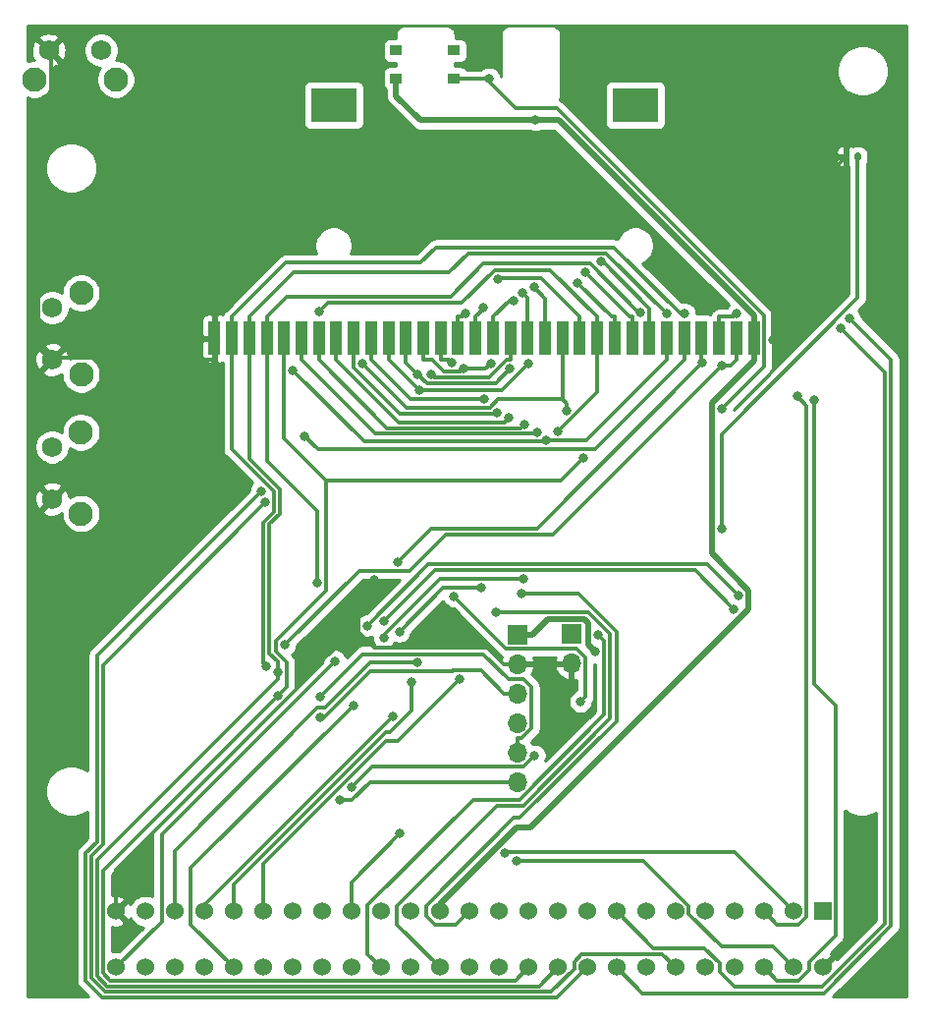
<source format=gbr>
G04 #@! TF.GenerationSoftware,KiCad,Pcbnew,(5.1.6)-1*
G04 #@! TF.CreationDate,2020-11-21T20:25:47+01:00*
G04 #@! TF.ProjectId,Dandanator CPC,44616e64-616e-4617-946f-72204350432e,rev?*
G04 #@! TF.SameCoordinates,Original*
G04 #@! TF.FileFunction,Copper,L2,Bot*
G04 #@! TF.FilePolarity,Positive*
%FSLAX46Y46*%
G04 Gerber Fmt 4.6, Leading zero omitted, Abs format (unit mm)*
G04 Created by KiCad (PCBNEW (5.1.6)-1) date 2020-11-21 20:25:47*
%MOMM*%
%LPD*%
G01*
G04 APERTURE LIST*
G04 #@! TA.AperFunction,SMDPad,CuDef*
%ADD10R,1.000000X0.900000*%
G04 #@! TD*
G04 #@! TA.AperFunction,SMDPad,CuDef*
%ADD11R,4.000000X3.000000*%
G04 #@! TD*
G04 #@! TA.AperFunction,SMDPad,CuDef*
%ADD12R,1.000000X3.000000*%
G04 #@! TD*
G04 #@! TA.AperFunction,ComponentPad*
%ADD13R,1.524000X1.524000*%
G04 #@! TD*
G04 #@! TA.AperFunction,ComponentPad*
%ADD14C,1.524000*%
G04 #@! TD*
G04 #@! TA.AperFunction,ComponentPad*
%ADD15C,2.100000*%
G04 #@! TD*
G04 #@! TA.AperFunction,ComponentPad*
%ADD16C,1.750000*%
G04 #@! TD*
G04 #@! TA.AperFunction,ComponentPad*
%ADD17O,1.700000X1.700000*%
G04 #@! TD*
G04 #@! TA.AperFunction,ComponentPad*
%ADD18R,1.700000X1.700000*%
G04 #@! TD*
G04 #@! TA.AperFunction,ViaPad*
%ADD19C,0.800000*%
G04 #@! TD*
G04 #@! TA.AperFunction,Conductor*
%ADD20C,0.300000*%
G04 #@! TD*
G04 #@! TA.AperFunction,Conductor*
%ADD21C,0.500000*%
G04 #@! TD*
G04 #@! TA.AperFunction,Conductor*
%ADD22C,0.254000*%
G04 #@! TD*
G04 APERTURE END LIST*
D10*
X64899500Y-28036500D03*
X59899500Y-28036500D03*
X64899500Y-25636500D03*
X59899500Y-25636500D03*
D11*
X54513200Y-30326300D03*
X80513200Y-30326300D03*
D12*
X44243200Y-50426300D03*
X45743200Y-50426300D03*
X47243200Y-50426300D03*
X48743200Y-50426300D03*
X50243200Y-50426300D03*
X51743200Y-50426300D03*
X53243200Y-50426300D03*
X54743200Y-50426300D03*
X56243200Y-50426300D03*
X57743200Y-50426300D03*
X59243200Y-50426300D03*
X60743200Y-50426300D03*
X62243200Y-50426300D03*
X63743200Y-50426300D03*
X65243200Y-50426300D03*
X66743200Y-50426300D03*
X68243200Y-50426300D03*
X69743200Y-50426300D03*
X71243200Y-50426300D03*
X72743200Y-50426300D03*
X74243200Y-50426300D03*
X75743200Y-50426300D03*
X77243200Y-50426300D03*
X78743200Y-50426300D03*
X80243200Y-50426300D03*
X81743200Y-50426300D03*
X83243200Y-50426300D03*
X84743200Y-50426300D03*
X86243200Y-50426300D03*
X87743200Y-50426300D03*
X89243200Y-50426300D03*
X90743200Y-50426300D03*
D13*
X96680000Y-99778800D03*
D14*
X96680000Y-104630200D03*
X94140000Y-99778800D03*
X94140000Y-104630200D03*
X91600000Y-99778800D03*
X91600000Y-104630200D03*
X89060000Y-99778800D03*
X89060000Y-104630200D03*
X86520000Y-99778800D03*
X86520000Y-104630200D03*
X83980000Y-99778800D03*
X83980000Y-104630200D03*
X81440000Y-99778800D03*
X81440000Y-104630200D03*
X78900000Y-99778800D03*
X78900000Y-104630200D03*
X76360000Y-99778800D03*
X76360000Y-104630200D03*
X73820000Y-99778800D03*
X73820000Y-104630200D03*
X71280000Y-99778800D03*
X71280000Y-104630200D03*
X68740000Y-99778800D03*
X68740000Y-104630200D03*
X66200000Y-99778800D03*
X66200000Y-104630200D03*
X63660000Y-99778800D03*
X63660000Y-104630200D03*
X61120000Y-99778800D03*
X61120000Y-104630200D03*
X58580000Y-99778800D03*
X58580000Y-104630200D03*
X56040000Y-99778800D03*
X56040000Y-104630200D03*
X53500000Y-99778800D03*
X53500000Y-104630200D03*
X50960000Y-99778800D03*
X50960000Y-104630200D03*
X48420000Y-99778800D03*
X48420000Y-104630200D03*
X45880000Y-99778800D03*
X45880000Y-104630200D03*
X43340000Y-99778800D03*
X43340000Y-104630200D03*
X40800000Y-99778800D03*
X40800000Y-104630200D03*
X38260000Y-99778800D03*
X38260000Y-104630200D03*
X35720000Y-99778800D03*
X35720000Y-104630200D03*
G04 #@! TA.AperFunction,SMDPad,CuDef*
G36*
G01*
X99410000Y-34929900D02*
X99410000Y-34584900D01*
G75*
G02*
X99557500Y-34437400I147500J0D01*
G01*
X99852500Y-34437400D01*
G75*
G02*
X100000000Y-34584900I0J-147500D01*
G01*
X100000000Y-34929900D01*
G75*
G02*
X99852500Y-35077400I-147500J0D01*
G01*
X99557500Y-35077400D01*
G75*
G02*
X99410000Y-34929900I0J147500D01*
G01*
G37*
G04 #@! TD.AperFunction*
G04 #@! TA.AperFunction,SMDPad,CuDef*
G36*
G01*
X98440000Y-34929900D02*
X98440000Y-34584900D01*
G75*
G02*
X98587500Y-34437400I147500J0D01*
G01*
X98882500Y-34437400D01*
G75*
G02*
X99030000Y-34584900I0J-147500D01*
G01*
X99030000Y-34929900D01*
G75*
G02*
X98882500Y-35077400I-147500J0D01*
G01*
X98587500Y-35077400D01*
G75*
G02*
X98440000Y-34929900I0J147500D01*
G01*
G37*
G04 #@! TD.AperFunction*
D15*
X28714400Y-28105900D03*
D16*
X29964400Y-25615900D03*
X34464400Y-25615900D03*
D15*
X35724400Y-28105900D03*
X32731300Y-65522500D03*
D16*
X30241300Y-64272500D03*
X30241300Y-59772500D03*
D15*
X32731300Y-58512500D03*
X32746500Y-53522500D03*
D16*
X30256500Y-52272500D03*
X30256500Y-47772500D03*
D15*
X32746500Y-46512500D03*
D17*
X70368100Y-88635800D03*
X70368100Y-86095800D03*
X70368100Y-83555800D03*
X70368100Y-81015800D03*
X70368100Y-78475800D03*
D18*
X70368100Y-75935800D03*
D17*
X75029000Y-78458000D03*
D18*
X75029000Y-75918000D03*
D19*
X92353700Y-50563100D03*
X58042400Y-71254600D03*
X71924000Y-31627700D03*
X77101800Y-77450200D03*
X55027500Y-90193300D03*
X53341100Y-81314100D03*
X53338600Y-83121100D03*
X69306200Y-94754100D03*
X65904700Y-48315900D03*
X94465700Y-55397600D03*
X70046500Y-47162300D03*
X70821100Y-46484800D03*
X74615100Y-56646700D03*
X56993200Y-52630100D03*
X73828700Y-58475700D03*
X53278400Y-48141500D03*
X76257500Y-44766100D03*
X98213600Y-49527700D03*
X51004900Y-53188600D03*
X72809300Y-59244400D03*
X84778400Y-48308800D03*
X48694500Y-78683900D03*
X80978500Y-48162100D03*
X53073400Y-71525000D03*
X72045800Y-58562900D03*
X71848900Y-86374900D03*
X56107400Y-89113400D03*
X70735200Y-72435100D03*
X69607900Y-57281800D03*
X70280200Y-95460600D03*
X95967600Y-55743900D03*
X67373000Y-47739100D03*
X64904900Y-72668400D03*
X75792900Y-81729000D03*
X62939700Y-53563900D03*
X71777600Y-46026600D03*
X68696100Y-45290700D03*
X48589200Y-64574500D03*
X75572800Y-45635200D03*
X77540100Y-43839600D03*
X99033200Y-48738500D03*
X52040100Y-58890000D03*
X48257000Y-63574100D03*
X83212100Y-48309700D03*
X49683900Y-79222300D03*
X76005500Y-60751900D03*
X49706100Y-81192900D03*
X70972300Y-57849000D03*
X70878900Y-71128800D03*
X58844300Y-76192400D03*
X68615000Y-56842400D03*
X68553400Y-74009000D03*
X60223100Y-93093100D03*
X65342700Y-79812900D03*
X61240000Y-80018900D03*
X59613900Y-82998100D03*
X61721800Y-78377800D03*
X77345500Y-75949500D03*
X89278400Y-48314000D03*
X56209900Y-82053700D03*
X54623100Y-78217800D03*
X57386600Y-75181600D03*
X89396300Y-72550000D03*
X58818600Y-74810800D03*
X89037600Y-73754100D03*
X50320200Y-76857500D03*
X87953400Y-52759000D03*
X71278400Y-52609400D03*
X61922700Y-54893900D03*
X64710900Y-52550500D03*
X68074100Y-52566400D03*
X65694600Y-53045300D03*
X69738500Y-53054900D03*
X61733400Y-53504600D03*
X67534600Y-55658800D03*
X67225300Y-71913200D03*
X60191400Y-75691800D03*
X60037800Y-69702400D03*
X86278400Y-52559200D03*
X87947000Y-56480400D03*
X67902000Y-28036500D03*
X87954600Y-66867400D03*
D20*
X98735000Y-34757400D02*
X92353700Y-41138700D01*
X92353700Y-41138700D02*
X92353700Y-50563100D01*
X56632600Y-75683800D02*
X58001000Y-77052200D01*
X58001000Y-77052200D02*
X67744200Y-77052200D01*
X67744200Y-77052200D02*
X69167800Y-78475800D01*
X70368100Y-78475800D02*
X71568400Y-78475800D01*
X75029000Y-78458000D02*
X71586200Y-78458000D01*
X71586200Y-78458000D02*
X71568400Y-78475800D01*
X58042400Y-71254600D02*
X56632600Y-72664400D01*
X56632600Y-72664400D02*
X56632600Y-75683800D01*
X56632600Y-75683800D02*
X56023800Y-75683800D01*
X56023800Y-75683800D02*
X53548000Y-78159600D01*
X53548000Y-78159600D02*
X53548000Y-78412100D01*
X53548000Y-78412100D02*
X35720000Y-96240100D01*
X35720000Y-96240100D02*
X35720000Y-99778800D01*
X70368100Y-78475800D02*
X69167800Y-78475800D01*
X30429600Y-52099400D02*
X43215700Y-52099400D01*
X43215700Y-52099400D02*
X43392900Y-52276600D01*
X43392900Y-52276600D02*
X44243200Y-52276600D01*
X30256500Y-52272500D02*
X30429600Y-52099400D01*
X29964400Y-25615900D02*
X30141500Y-25793000D01*
X30141500Y-25793000D02*
X30141500Y-33875600D01*
X30141500Y-33875600D02*
X29015400Y-35001700D01*
X29015400Y-35001700D02*
X29015400Y-50685200D01*
X29015400Y-50685200D02*
X30429600Y-52099400D01*
X44243200Y-50426300D02*
X44243200Y-52276600D01*
D21*
X90743200Y-52376600D02*
X87095800Y-56024000D01*
X87095800Y-56024000D02*
X87095800Y-68980400D01*
X87095800Y-68980400D02*
X90252200Y-72136800D01*
X90252200Y-72136800D02*
X90252200Y-73753100D01*
X90252200Y-73753100D02*
X71460000Y-92545300D01*
X71460000Y-92545300D02*
X70287400Y-92545300D01*
X70287400Y-92545300D02*
X63660000Y-99172700D01*
X63660000Y-99172700D02*
X63660000Y-99778800D01*
X71924000Y-31627700D02*
X61985900Y-31627700D01*
X61985900Y-31627700D02*
X59899500Y-29541300D01*
X59899500Y-29541300D02*
X59899500Y-28036500D01*
X90743200Y-48476000D02*
X73894900Y-31627700D01*
X73894900Y-31627700D02*
X71924000Y-31627700D01*
X90743200Y-50426300D02*
X90743200Y-52376600D01*
X90743200Y-50426300D02*
X90743200Y-48476000D01*
X71668400Y-75935800D02*
X72986600Y-74617600D01*
X72986600Y-74617600D02*
X76124800Y-74617600D01*
X76124800Y-74617600D02*
X76495200Y-74988000D01*
X76495200Y-74988000D02*
X76495200Y-76843600D01*
X76495200Y-76843600D02*
X77101800Y-77450200D01*
X70368100Y-75935800D02*
X71668400Y-75935800D01*
D20*
X55027500Y-90193300D02*
X56088600Y-90193300D01*
X56088600Y-90193300D02*
X57646100Y-88635800D01*
X57646100Y-88635800D02*
X69167800Y-88635800D01*
X70368100Y-88635800D02*
X69167800Y-88635800D01*
X70368100Y-86095800D02*
X70368100Y-84895500D01*
X70368100Y-84895500D02*
X70743200Y-84895500D01*
X70743200Y-84895500D02*
X71582200Y-84056500D01*
X71582200Y-84056500D02*
X71582200Y-80476600D01*
X71582200Y-80476600D02*
X70921000Y-79815400D01*
X70921000Y-79815400D02*
X69597800Y-79815400D01*
X69597800Y-79815400D02*
X67406700Y-77624300D01*
X67406700Y-77624300D02*
X57030900Y-77624300D01*
X57030900Y-77624300D02*
X53341100Y-81314100D01*
X53338600Y-83121100D02*
X53656800Y-83121100D01*
X53656800Y-83121100D02*
X57646500Y-79131400D01*
X57646500Y-79131400D02*
X64745600Y-79131400D01*
X64745600Y-79131400D02*
X64817100Y-79059900D01*
X64817100Y-79059900D02*
X67211900Y-79059900D01*
X67211900Y-79059900D02*
X69167800Y-81015800D01*
X70368100Y-81015800D02*
X69167800Y-81015800D01*
X94140000Y-99778800D02*
X89071500Y-94710300D01*
X89071500Y-94710300D02*
X69350000Y-94710300D01*
X69350000Y-94710300D02*
X69306200Y-94754100D01*
X91600000Y-99778800D02*
X92741700Y-100920500D01*
X92741700Y-100920500D02*
X94617200Y-100920500D01*
X94617200Y-100920500D02*
X95291700Y-100246000D01*
X95291700Y-100246000D02*
X95291700Y-56223600D01*
X95291700Y-56223600D02*
X94465700Y-55397600D01*
X65243200Y-48576000D02*
X65644600Y-48576000D01*
X65644600Y-48576000D02*
X65904700Y-48315900D01*
X65243200Y-50426300D02*
X65243200Y-48576000D01*
X68243200Y-48576000D02*
X69656900Y-47162300D01*
X69656900Y-47162300D02*
X70046500Y-47162300D01*
X68243200Y-50426300D02*
X68243200Y-48576000D01*
X71243200Y-50426300D02*
X71243200Y-46906900D01*
X71243200Y-46906900D02*
X70821100Y-46484800D01*
X74243200Y-55687300D02*
X74615100Y-56059200D01*
X74615100Y-56059200D02*
X74615100Y-56646700D01*
X56993200Y-52630100D02*
X60775600Y-56412500D01*
X60775600Y-56412500D02*
X67983600Y-56412500D01*
X67983600Y-56412500D02*
X68708800Y-55687300D01*
X68708800Y-55687300D02*
X74243200Y-55687300D01*
X74243200Y-55687300D02*
X74243200Y-52276600D01*
X74243200Y-50426300D02*
X74243200Y-52276600D01*
X73828700Y-58475700D02*
X73847200Y-58475700D01*
X73847200Y-58475700D02*
X77243200Y-55079700D01*
X77243200Y-55079700D02*
X77243200Y-50426300D01*
X77243200Y-48576000D02*
X73207600Y-44540400D01*
X73207600Y-44540400D02*
X68385400Y-44540400D01*
X68385400Y-44540400D02*
X65570500Y-47355300D01*
X65570500Y-47355300D02*
X65570500Y-47355400D01*
X65570500Y-47355400D02*
X54064500Y-47355400D01*
X54064500Y-47355400D02*
X53278400Y-48141500D01*
X77243200Y-50426300D02*
X77243200Y-48576000D01*
X78900000Y-99778800D02*
X82071100Y-102949900D01*
X82071100Y-102949900D02*
X86470300Y-102949900D01*
X86470300Y-102949900D02*
X87790000Y-104269600D01*
X87790000Y-104269600D02*
X87790000Y-104974300D01*
X87790000Y-104974300D02*
X89107200Y-106291500D01*
X89107200Y-106291500D02*
X96605800Y-106291500D01*
X96605800Y-106291500D02*
X102054600Y-100842700D01*
X102054600Y-100842700D02*
X102054600Y-53368700D01*
X102054600Y-53368700D02*
X98213600Y-49527700D01*
X80243200Y-48576000D02*
X80067400Y-48576000D01*
X80067400Y-48576000D02*
X76257500Y-44766100D01*
X80243200Y-50426300D02*
X80243200Y-48576000D01*
X51004900Y-53188600D02*
X57137700Y-59321400D01*
X57137700Y-59321400D02*
X72732300Y-59321400D01*
X72732300Y-59321400D02*
X72809300Y-59244400D01*
X83243200Y-52276600D02*
X76275400Y-59244400D01*
X76275400Y-59244400D02*
X72809300Y-59244400D01*
X83243200Y-50426300D02*
X83243200Y-52276600D01*
X84778400Y-48308800D02*
X84424700Y-48308800D01*
X84424700Y-48308800D02*
X78704900Y-42589000D01*
X78704900Y-42589000D02*
X63336200Y-42589000D01*
X63336200Y-42589000D02*
X62000800Y-43924400D01*
X62000800Y-43924400D02*
X50394800Y-43924400D01*
X50394800Y-43924400D02*
X45743200Y-48576000D01*
X45743200Y-50426300D02*
X45743200Y-48576000D01*
X48694500Y-78683900D02*
X48430500Y-78419900D01*
X48430500Y-78419900D02*
X48430500Y-66294700D01*
X48430500Y-66294700D02*
X49352300Y-65372900D01*
X49352300Y-65372900D02*
X49352300Y-63608300D01*
X49352300Y-63608300D02*
X45743200Y-59999200D01*
X45743200Y-59999200D02*
X45743200Y-50426300D01*
X80978500Y-48162100D02*
X80801600Y-48162100D01*
X80801600Y-48162100D02*
X76625900Y-43986400D01*
X76625900Y-43986400D02*
X67451300Y-43986400D01*
X67451300Y-43986400D02*
X64582700Y-46855000D01*
X64582700Y-46855000D02*
X50464200Y-46855000D01*
X50464200Y-46855000D02*
X48743200Y-48576000D01*
X48743200Y-50426300D02*
X48743200Y-48576000D01*
X53073400Y-71525000D02*
X53073400Y-65323000D01*
X53073400Y-65323000D02*
X48743200Y-60992800D01*
X48743200Y-60992800D02*
X48743200Y-50426300D01*
X51743200Y-52276600D02*
X58122000Y-58655400D01*
X58122000Y-58655400D02*
X71953300Y-58655400D01*
X71953300Y-58655400D02*
X72045800Y-58562900D01*
X56107400Y-89113400D02*
X57883900Y-87336900D01*
X57883900Y-87336900D02*
X70886900Y-87336900D01*
X70886900Y-87336900D02*
X71848900Y-86374900D01*
X51743200Y-50426300D02*
X51743200Y-52276600D01*
X66200000Y-99778800D02*
X65060500Y-100918300D01*
X65060500Y-100918300D02*
X63221800Y-100918300D01*
X63221800Y-100918300D02*
X62517100Y-100213600D01*
X62517100Y-100213600D02*
X62517100Y-99303600D01*
X62517100Y-99303600D02*
X70073900Y-91746800D01*
X70073900Y-91746800D02*
X70572300Y-91746800D01*
X70572300Y-91746800D02*
X78885200Y-83433900D01*
X78885200Y-83433900D02*
X78885200Y-75716500D01*
X78885200Y-75716500D02*
X75603800Y-72435100D01*
X75603800Y-72435100D02*
X70735200Y-72435100D01*
X54743200Y-50426300D02*
X54743200Y-52276600D01*
X54743200Y-52276600D02*
X60121300Y-57654700D01*
X60121300Y-57654700D02*
X69235000Y-57654700D01*
X69235000Y-57654700D02*
X69607900Y-57281800D01*
X70280200Y-95460600D02*
X81248100Y-95460600D01*
X81248100Y-95460600D02*
X85119300Y-99331800D01*
X85119300Y-99331800D02*
X85119300Y-100014000D01*
X85119300Y-100014000D02*
X87953800Y-102848500D01*
X87953800Y-102848500D02*
X92358300Y-102848500D01*
X92358300Y-102848500D02*
X94140000Y-104630200D01*
X91600000Y-104630200D02*
X92760900Y-105791100D01*
X92760900Y-105791100D02*
X94617600Y-105791100D01*
X94617600Y-105791100D02*
X95541800Y-104866900D01*
X95541800Y-104866900D02*
X95541800Y-104165900D01*
X95541800Y-104165900D02*
X97792400Y-101915300D01*
X97792400Y-101915300D02*
X97792400Y-82039700D01*
X97792400Y-82039700D02*
X95967600Y-80214900D01*
X95967600Y-80214900D02*
X95967600Y-55743900D01*
X66743200Y-50426300D02*
X66743200Y-48576000D01*
X67373000Y-47739100D02*
X67373000Y-47946200D01*
X67373000Y-47946200D02*
X66743200Y-48576000D01*
X62939700Y-53563900D02*
X63189800Y-53814000D01*
X63189800Y-53814000D02*
X67887600Y-53814000D01*
X67887600Y-53814000D02*
X69425000Y-52276600D01*
X69425000Y-52276600D02*
X69743200Y-52276600D01*
X64904900Y-72668400D02*
X69372700Y-77136200D01*
X69372700Y-77136200D02*
X75458800Y-77136200D01*
X75458800Y-77136200D02*
X76233600Y-77911000D01*
X76233600Y-77911000D02*
X76233600Y-81288300D01*
X76233600Y-81288300D02*
X75792900Y-81729000D01*
X69743200Y-50426300D02*
X69743200Y-52276600D01*
X72743200Y-50426300D02*
X72743200Y-46992200D01*
X72743200Y-46992200D02*
X71777600Y-46026600D01*
X75743200Y-50426300D02*
X75743200Y-48576000D01*
X68696100Y-45290700D02*
X68757300Y-45229500D01*
X68757300Y-45229500D02*
X72396700Y-45229500D01*
X72396700Y-45229500D02*
X75743200Y-48576000D01*
X48589200Y-64574500D02*
X34607600Y-78556100D01*
X34607600Y-78556100D02*
X34607600Y-94001100D01*
X34607600Y-94001100D02*
X33607000Y-95001700D01*
X33607000Y-95001700D02*
X33607000Y-105546600D01*
X33607000Y-105546600D02*
X34805600Y-106745200D01*
X34805600Y-106745200D02*
X73289200Y-106745200D01*
X73289200Y-106745200D02*
X75247600Y-104786800D01*
X75247600Y-104786800D02*
X75247600Y-104169400D01*
X75247600Y-104169400D02*
X75905600Y-103511400D01*
X75905600Y-103511400D02*
X82861200Y-103511400D01*
X82861200Y-103511400D02*
X83980000Y-104630200D01*
X75572800Y-45635200D02*
X78513600Y-48576000D01*
X78513600Y-48576000D02*
X78743200Y-48576000D01*
X78743200Y-50426300D02*
X78743200Y-48576000D01*
X78900000Y-104630200D02*
X81106600Y-106836800D01*
X81106600Y-106836800D02*
X96780400Y-106836800D01*
X96780400Y-106836800D02*
X102586700Y-101030500D01*
X102586700Y-101030500D02*
X102586700Y-52292000D01*
X102586700Y-52292000D02*
X99033200Y-48738500D01*
X81743200Y-48576000D02*
X81743200Y-47865700D01*
X81743200Y-47865700D02*
X77717100Y-43839600D01*
X77717100Y-43839600D02*
X77540100Y-43839600D01*
X81743200Y-50426300D02*
X81743200Y-48576000D01*
X52040100Y-58890000D02*
X53148100Y-59998000D01*
X53148100Y-59998000D02*
X77021800Y-59998000D01*
X77021800Y-59998000D02*
X84743200Y-52276600D01*
X84743200Y-50426300D02*
X84743200Y-52276600D01*
X48257000Y-63574100D02*
X34107200Y-77723900D01*
X34107200Y-77723900D02*
X34107200Y-93794000D01*
X34107200Y-93794000D02*
X33106700Y-94794500D01*
X33106700Y-94794500D02*
X33106700Y-105753800D01*
X33106700Y-105753800D02*
X34600500Y-107247600D01*
X34600500Y-107247600D02*
X73742600Y-107247600D01*
X73742600Y-107247600D02*
X76360000Y-104630200D01*
X83212100Y-48309700D02*
X77991700Y-43089300D01*
X77991700Y-43089300D02*
X66123100Y-43089300D01*
X66123100Y-43089300D02*
X64463200Y-44749200D01*
X64463200Y-44749200D02*
X51069900Y-44749200D01*
X51069900Y-44749200D02*
X51069900Y-44749300D01*
X51069900Y-44749300D02*
X47243200Y-48576000D01*
X47243200Y-50426300D02*
X47243200Y-48576000D01*
X49683900Y-79222300D02*
X49683900Y-78276100D01*
X49683900Y-78276100D02*
X48988400Y-77580600D01*
X48988400Y-77580600D02*
X48988400Y-66444300D01*
X48988400Y-66444300D02*
X49882800Y-65549900D01*
X49882800Y-65549900D02*
X49882800Y-63431300D01*
X49882800Y-63431300D02*
X47243200Y-60791700D01*
X47243200Y-60791700D02*
X47243200Y-50426300D01*
X49683900Y-79222300D02*
X49683900Y-79786500D01*
X49683900Y-79786500D02*
X34107300Y-95363100D01*
X34107300Y-95363100D02*
X34107300Y-105339400D01*
X34107300Y-105339400D02*
X35012800Y-106244900D01*
X35012800Y-106244900D02*
X72205300Y-106244900D01*
X72205300Y-106244900D02*
X73820000Y-104630200D01*
X53855600Y-62646800D02*
X53855600Y-72201900D01*
X53855600Y-72201900D02*
X49550000Y-76507500D01*
X49550000Y-76507500D02*
X49550000Y-77434500D01*
X49550000Y-77434500D02*
X50468300Y-78352800D01*
X50468300Y-78352800D02*
X50468300Y-80430700D01*
X50468300Y-80430700D02*
X49706100Y-81192900D01*
X50243200Y-52276600D02*
X50243200Y-59034400D01*
X50243200Y-59034400D02*
X53855600Y-62646800D01*
X76005500Y-60751900D02*
X74110600Y-62646800D01*
X74110600Y-62646800D02*
X53855600Y-62646800D01*
X71280000Y-104630200D02*
X70165600Y-105744600D01*
X70165600Y-105744600D02*
X35220000Y-105744600D01*
X35220000Y-105744600D02*
X34607600Y-105132200D01*
X34607600Y-105132200D02*
X34607600Y-96291400D01*
X34607600Y-96291400D02*
X49706100Y-81192900D01*
X50243200Y-50426300D02*
X50243200Y-52276600D01*
X58844300Y-76192400D02*
X58844300Y-75977900D01*
X58844300Y-75977900D02*
X63693400Y-71128800D01*
X63693400Y-71128800D02*
X70878900Y-71128800D01*
X53243200Y-52276600D02*
X59121700Y-58155100D01*
X59121700Y-58155100D02*
X70666200Y-58155100D01*
X70666200Y-58155100D02*
X70972300Y-57849000D01*
X53243200Y-50426300D02*
X53243200Y-52276600D01*
X56243200Y-52276600D02*
X56242900Y-52276900D01*
X56242900Y-52276900D02*
X56242900Y-52940800D01*
X56242900Y-52940800D02*
X60222500Y-56920400D01*
X60222500Y-56920400D02*
X68537000Y-56920400D01*
X68537000Y-56920400D02*
X68615000Y-56842400D01*
X56243200Y-50426300D02*
X56243200Y-52276600D01*
X68553400Y-74009000D02*
X76466300Y-74009000D01*
X76466300Y-74009000D02*
X78352500Y-75895200D01*
X78352500Y-75895200D02*
X78352500Y-83203000D01*
X78352500Y-83203000D02*
X70861200Y-90694300D01*
X70861200Y-90694300D02*
X68613800Y-90694300D01*
X68613800Y-90694300D02*
X59982000Y-99326100D01*
X59982000Y-99326100D02*
X59982000Y-100952200D01*
X59982000Y-100952200D02*
X63660000Y-104630200D01*
X56040000Y-99778800D02*
X56040000Y-97276200D01*
X56040000Y-97276200D02*
X60223100Y-93093100D01*
X48420000Y-99778800D02*
X48420000Y-95739600D01*
X48420000Y-95739600D02*
X59030700Y-85128900D01*
X59030700Y-85128900D02*
X60026700Y-85128900D01*
X60026700Y-85128900D02*
X65342700Y-79812900D01*
X45880000Y-99778800D02*
X45880000Y-97511600D01*
X45880000Y-97511600D02*
X59056100Y-84335500D01*
X59056100Y-84335500D02*
X59386400Y-84335500D01*
X59386400Y-84335500D02*
X61240000Y-82481900D01*
X61240000Y-82481900D02*
X61240000Y-80018900D01*
X43340000Y-99778800D02*
X43340000Y-99272000D01*
X43340000Y-99272000D02*
X59613900Y-82998100D01*
X61721800Y-78377800D02*
X57692400Y-78377800D01*
X57692400Y-78377800D02*
X53802900Y-82267300D01*
X53802900Y-82267300D02*
X53122000Y-82267300D01*
X53122000Y-82267300D02*
X40800000Y-94589300D01*
X40800000Y-94589300D02*
X40800000Y-99778800D01*
X77345500Y-75949500D02*
X77852200Y-76456200D01*
X77852200Y-76456200D02*
X77852200Y-82867000D01*
X77852200Y-82867000D02*
X70525200Y-90194000D01*
X70525200Y-90194000D02*
X66531200Y-90194000D01*
X66531200Y-90194000D02*
X57456800Y-99268400D01*
X57456800Y-99268400D02*
X57456800Y-103507000D01*
X57456800Y-103507000D02*
X58580000Y-104630200D01*
X87743200Y-48576000D02*
X89016400Y-48576000D01*
X89016400Y-48576000D02*
X89278400Y-48314000D01*
X87743200Y-50426300D02*
X87743200Y-48576000D01*
X45880000Y-104630200D02*
X42184500Y-100934700D01*
X42184500Y-100934700D02*
X42184500Y-96079100D01*
X42184500Y-96079100D02*
X56209900Y-82053700D01*
X35720000Y-104630200D02*
X39687600Y-100662600D01*
X39687600Y-100662600D02*
X39687600Y-93153300D01*
X39687600Y-93153300D02*
X54623100Y-78217800D01*
X89396300Y-72550000D02*
X86724500Y-69878200D01*
X86724500Y-69878200D02*
X62690000Y-69878200D01*
X62690000Y-69878200D02*
X57386600Y-75181600D01*
X89037600Y-73754100D02*
X85662000Y-70378500D01*
X85662000Y-70378500D02*
X63250900Y-70378500D01*
X63250900Y-70378500D02*
X58818600Y-74810800D01*
X50320200Y-76857500D02*
X56714200Y-70463500D01*
X56714200Y-70463500D02*
X61031400Y-70463500D01*
X61031400Y-70463500D02*
X64186200Y-67308700D01*
X64186200Y-67308700D02*
X73403700Y-67308700D01*
X73403700Y-67308700D02*
X87953400Y-52759000D01*
X87953400Y-52759000D02*
X88760800Y-52759000D01*
X88760800Y-52759000D02*
X89243200Y-52276600D01*
X89243200Y-50426300D02*
X89243200Y-52276600D01*
X61922700Y-54893900D02*
X68993900Y-54893900D01*
X68993900Y-54893900D02*
X71278400Y-52609400D01*
X59243200Y-50426300D02*
X59243200Y-52276600D01*
X59243200Y-52276600D02*
X59305400Y-52276600D01*
X59305400Y-52276600D02*
X61922700Y-54893900D01*
X63743200Y-50426300D02*
X63743200Y-52276600D01*
X63743200Y-52276600D02*
X64437000Y-52276600D01*
X64437000Y-52276600D02*
X64710900Y-52550500D01*
X62243200Y-52276600D02*
X63005200Y-52276600D01*
X63005200Y-52276600D02*
X64029500Y-53300900D01*
X64029500Y-53300900D02*
X65439000Y-53300900D01*
X65439000Y-53300900D02*
X65694600Y-53045300D01*
X65694600Y-53045300D02*
X67595200Y-53045300D01*
X67595200Y-53045300D02*
X68074100Y-52566400D01*
X62243200Y-50426300D02*
X62243200Y-52276600D01*
X61733400Y-53504600D02*
X62547900Y-54319100D01*
X62547900Y-54319100D02*
X68474300Y-54319100D01*
X68474300Y-54319100D02*
X69738500Y-53054900D01*
X60743200Y-52276600D02*
X60743200Y-52514400D01*
X60743200Y-52514400D02*
X61733400Y-53504600D01*
X60743200Y-50426300D02*
X60743200Y-52276600D01*
X60191400Y-75691800D02*
X63970000Y-71913200D01*
X63970000Y-71913200D02*
X67225300Y-71913200D01*
X57743200Y-52276600D02*
X61125400Y-55658800D01*
X61125400Y-55658800D02*
X67534600Y-55658800D01*
X57743200Y-50426300D02*
X57743200Y-52276600D01*
X60037800Y-69702400D02*
X62931900Y-66808300D01*
X62931900Y-66808300D02*
X72029300Y-66808300D01*
X72029300Y-66808300D02*
X86278400Y-52559200D01*
X86243200Y-50426300D02*
X86243200Y-52276600D01*
X86278400Y-52559200D02*
X86243200Y-52524000D01*
X86243200Y-52524000D02*
X86243200Y-52276600D01*
X67902000Y-28036500D02*
X67902000Y-28338100D01*
X67902000Y-28338100D02*
X70193500Y-30629600D01*
X70193500Y-30629600D02*
X73757100Y-30629600D01*
X73757100Y-30629600D02*
X91593600Y-48466100D01*
X91593600Y-48466100D02*
X91593600Y-52833800D01*
X91593600Y-52833800D02*
X87947000Y-56480400D01*
X64899500Y-28036500D02*
X67902000Y-28036500D01*
X99705000Y-34757400D02*
X99705000Y-46952500D01*
X99705000Y-46952500D02*
X87954600Y-58702900D01*
X87954600Y-58702900D02*
X87954600Y-66867400D01*
D22*
G36*
X103906661Y-107155380D02*
G01*
X97571977Y-107155380D01*
X103114517Y-101612841D01*
X103144464Y-101588264D01*
X103242562Y-101468733D01*
X103315454Y-101332360D01*
X103331054Y-101280933D01*
X103360341Y-101184388D01*
X103366042Y-101126503D01*
X103371700Y-101069061D01*
X103371700Y-101069054D01*
X103375497Y-101030501D01*
X103371700Y-100991948D01*
X103371700Y-52330556D01*
X103375497Y-52292000D01*
X103371700Y-52253444D01*
X103371700Y-52253439D01*
X103364264Y-52177939D01*
X103360342Y-52138113D01*
X103315454Y-51990140D01*
X103242562Y-51853767D01*
X103144464Y-51734236D01*
X103114516Y-51709658D01*
X100068200Y-48663343D01*
X100068200Y-48636561D01*
X100028426Y-48436602D01*
X99950405Y-48248244D01*
X99837137Y-48078726D01*
X99763034Y-48004623D01*
X100232816Y-47534842D01*
X100262764Y-47510264D01*
X100287581Y-47480026D01*
X100328281Y-47430432D01*
X100360862Y-47390733D01*
X100433754Y-47254360D01*
X100478641Y-47106387D01*
X100490000Y-46991061D01*
X100490000Y-46991054D01*
X100493797Y-46952501D01*
X100490000Y-46913948D01*
X100490000Y-35385445D01*
X100505679Y-35366340D01*
X100578274Y-35230525D01*
X100622977Y-35083157D01*
X100638072Y-34929900D01*
X100638072Y-34584900D01*
X100622977Y-34431643D01*
X100578274Y-34284275D01*
X100505679Y-34148460D01*
X100407983Y-34029417D01*
X100288940Y-33931721D01*
X100153125Y-33859126D01*
X100005757Y-33814423D01*
X99852500Y-33799328D01*
X99557500Y-33799328D01*
X99404243Y-33814423D01*
X99281316Y-33851712D01*
X99274180Y-33847898D01*
X99154482Y-33811588D01*
X99030000Y-33799328D01*
X99020750Y-33802400D01*
X98862000Y-33961150D01*
X98862000Y-34227637D01*
X98831726Y-34284275D01*
X98787023Y-34431643D01*
X98771928Y-34584900D01*
X98771928Y-34929900D01*
X98787023Y-35083157D01*
X98831726Y-35230525D01*
X98862000Y-35287163D01*
X98862000Y-35553650D01*
X98920000Y-35611650D01*
X98920001Y-46627341D01*
X88982000Y-56565343D01*
X88982000Y-56555557D01*
X92121416Y-53416142D01*
X92151364Y-53391564D01*
X92179897Y-53356798D01*
X92211130Y-53318740D01*
X92249462Y-53272033D01*
X92322354Y-53135660D01*
X92328314Y-53116011D01*
X92367241Y-52987688D01*
X92370661Y-52952961D01*
X92378600Y-52872361D01*
X92378600Y-52872354D01*
X92382397Y-52833801D01*
X92378600Y-52795248D01*
X92378600Y-48504652D01*
X92382397Y-48466099D01*
X92378600Y-48427546D01*
X92378600Y-48427539D01*
X92367241Y-48312213D01*
X92366479Y-48309699D01*
X92322354Y-48164240D01*
X92318765Y-48157526D01*
X92249462Y-48027867D01*
X92185314Y-47949703D01*
X92175945Y-47938287D01*
X92175942Y-47938284D01*
X92151364Y-47908336D01*
X92121417Y-47883759D01*
X79315058Y-35077400D01*
X97801928Y-35077400D01*
X97814188Y-35201882D01*
X97850498Y-35321580D01*
X97909463Y-35431894D01*
X97988815Y-35528585D01*
X98085506Y-35607937D01*
X98195820Y-35666902D01*
X98315518Y-35703212D01*
X98440000Y-35715472D01*
X98449250Y-35712400D01*
X98608000Y-35553650D01*
X98608000Y-34884400D01*
X97963750Y-34884400D01*
X97805000Y-35043150D01*
X97801928Y-35077400D01*
X79315058Y-35077400D01*
X78675058Y-34437400D01*
X97801928Y-34437400D01*
X97805000Y-34471650D01*
X97963750Y-34630400D01*
X98608000Y-34630400D01*
X98608000Y-33961150D01*
X98449250Y-33802400D01*
X98440000Y-33799328D01*
X98315518Y-33811588D01*
X98195820Y-33847898D01*
X98085506Y-33906863D01*
X97988815Y-33986215D01*
X97909463Y-34082906D01*
X97850498Y-34193220D01*
X97814188Y-34312918D01*
X97801928Y-34437400D01*
X78675058Y-34437400D01*
X74339447Y-30101790D01*
X74314864Y-30071836D01*
X74195333Y-29973738D01*
X74058960Y-29900846D01*
X73987852Y-29879276D01*
X73996850Y-29862443D01*
X74029445Y-29801729D01*
X74029636Y-29801104D01*
X74029948Y-29800520D01*
X74050176Y-29733838D01*
X74070290Y-29667967D01*
X74070355Y-29667316D01*
X74070547Y-29666684D01*
X74077379Y-29597320D01*
X74080754Y-29563679D01*
X74080755Y-29563035D01*
X74084255Y-29527500D01*
X74080883Y-29493265D01*
X74082107Y-28826300D01*
X77875128Y-28826300D01*
X77875128Y-31826300D01*
X77887388Y-31950782D01*
X77923698Y-32070480D01*
X77982663Y-32180794D01*
X78062015Y-32277485D01*
X78158706Y-32356837D01*
X78269020Y-32415802D01*
X78388718Y-32452112D01*
X78513200Y-32464372D01*
X82513200Y-32464372D01*
X82637682Y-32452112D01*
X82757380Y-32415802D01*
X82867694Y-32356837D01*
X82964385Y-32277485D01*
X83043737Y-32180794D01*
X83102702Y-32070480D01*
X83139012Y-31950782D01*
X83151272Y-31826300D01*
X83151272Y-28826300D01*
X83139012Y-28701818D01*
X83102702Y-28582120D01*
X83043737Y-28471806D01*
X82964385Y-28375115D01*
X82867694Y-28295763D01*
X82757380Y-28236798D01*
X82637682Y-28200488D01*
X82513200Y-28188228D01*
X78513200Y-28188228D01*
X78388718Y-28200488D01*
X78269020Y-28236798D01*
X78158706Y-28295763D01*
X78062015Y-28375115D01*
X77982663Y-28471806D01*
X77923698Y-28582120D01*
X77887388Y-28701818D01*
X77875128Y-28826300D01*
X74082107Y-28826300D01*
X74085163Y-27161072D01*
X97877000Y-27161072D01*
X97877000Y-27601328D01*
X97962890Y-28033125D01*
X98131369Y-28439869D01*
X98375962Y-28805929D01*
X98687271Y-29117238D01*
X99053331Y-29361831D01*
X99460075Y-29530310D01*
X99891872Y-29616200D01*
X100332128Y-29616200D01*
X100763925Y-29530310D01*
X101170669Y-29361831D01*
X101536729Y-29117238D01*
X101848038Y-28805929D01*
X102092631Y-28439869D01*
X102261110Y-28033125D01*
X102347000Y-27601328D01*
X102347000Y-27161072D01*
X102261110Y-26729275D01*
X102092631Y-26322531D01*
X101848038Y-25956471D01*
X101536729Y-25645162D01*
X101170669Y-25400569D01*
X100763925Y-25232090D01*
X100332128Y-25146200D01*
X99891872Y-25146200D01*
X99460075Y-25232090D01*
X99053331Y-25400569D01*
X98687271Y-25645162D01*
X98375962Y-25956471D01*
X98131369Y-26322531D01*
X97962890Y-26729275D01*
X97877000Y-27161072D01*
X74085163Y-27161072D01*
X74090535Y-24234349D01*
X74094034Y-24199064D01*
X74087259Y-24129787D01*
X74080581Y-24060681D01*
X74080461Y-24060284D01*
X74080421Y-24059872D01*
X74060200Y-23993050D01*
X74040227Y-23926771D01*
X74040034Y-23926409D01*
X74039913Y-23926008D01*
X74006976Y-23864287D01*
X73974526Y-23803307D01*
X73974264Y-23802987D01*
X73974069Y-23802621D01*
X73929877Y-23748699D01*
X73885999Y-23695032D01*
X73885681Y-23694770D01*
X73885417Y-23694448D01*
X73831572Y-23650197D01*
X73778051Y-23606109D01*
X73777686Y-23605913D01*
X73777366Y-23605650D01*
X73716002Y-23572797D01*
X73654829Y-23539955D01*
X73654434Y-23539834D01*
X73654067Y-23539638D01*
X73587325Y-23519342D01*
X73521067Y-23499110D01*
X73520656Y-23499069D01*
X73520259Y-23498948D01*
X73450719Y-23492051D01*
X73381909Y-23485147D01*
X73346622Y-23488557D01*
X69677014Y-23486064D01*
X69642059Y-23482605D01*
X69570152Y-23489653D01*
X69503012Y-23496219D01*
X69502943Y-23496240D01*
X69502870Y-23496247D01*
X69435455Y-23516662D01*
X69369148Y-23536727D01*
X69369084Y-23536761D01*
X69369015Y-23536782D01*
X69306259Y-23570287D01*
X69245761Y-23602571D01*
X69245707Y-23602615D01*
X69245640Y-23602651D01*
X69190473Y-23647882D01*
X69137588Y-23691223D01*
X69137542Y-23691279D01*
X69137486Y-23691325D01*
X69092405Y-23746203D01*
X69048790Y-23799275D01*
X69048757Y-23799336D01*
X69048709Y-23799395D01*
X69015168Y-23862074D01*
X68982778Y-23922573D01*
X68982757Y-23922643D01*
X68982723Y-23922706D01*
X68962819Y-23988207D01*
X68942088Y-24056381D01*
X68942081Y-24056455D01*
X68942060Y-24056523D01*
X68935099Y-24126853D01*
X68928286Y-24195556D01*
X68931704Y-24230503D01*
X68929956Y-27899149D01*
X68897226Y-27734602D01*
X68819205Y-27546244D01*
X68705937Y-27376726D01*
X68561774Y-27232563D01*
X68392256Y-27119295D01*
X68203898Y-27041274D01*
X68003939Y-27001500D01*
X67800061Y-27001500D01*
X67600102Y-27041274D01*
X67411744Y-27119295D01*
X67242226Y-27232563D01*
X67223289Y-27251500D01*
X65940457Y-27251500D01*
X65930037Y-27232006D01*
X65850685Y-27135315D01*
X65753994Y-27055963D01*
X65643680Y-26996998D01*
X65523982Y-26960688D01*
X65399500Y-26948428D01*
X64994922Y-26948428D01*
X64995332Y-26724572D01*
X65399500Y-26724572D01*
X65523982Y-26712312D01*
X65643680Y-26676002D01*
X65753994Y-26617037D01*
X65850685Y-26537685D01*
X65930037Y-26440994D01*
X65989002Y-26330680D01*
X66025312Y-26210982D01*
X66037572Y-26086500D01*
X66037572Y-25186500D01*
X66025312Y-25062018D01*
X65989002Y-24942320D01*
X65930037Y-24832006D01*
X65850685Y-24735315D01*
X65753994Y-24655963D01*
X65643680Y-24596998D01*
X65523982Y-24560688D01*
X65399500Y-24548428D01*
X64999326Y-24548428D01*
X64999875Y-24249589D01*
X65003374Y-24214304D01*
X64996599Y-24145027D01*
X64989921Y-24075921D01*
X64989801Y-24075524D01*
X64989761Y-24075112D01*
X64969540Y-24008290D01*
X64949567Y-23942011D01*
X64949374Y-23941649D01*
X64949253Y-23941248D01*
X64916316Y-23879527D01*
X64883866Y-23818547D01*
X64883604Y-23818227D01*
X64883409Y-23817861D01*
X64839217Y-23763939D01*
X64795339Y-23710272D01*
X64795021Y-23710010D01*
X64794757Y-23709688D01*
X64740912Y-23665437D01*
X64687391Y-23621349D01*
X64687026Y-23621153D01*
X64686706Y-23620890D01*
X64625342Y-23588037D01*
X64564169Y-23555195D01*
X64563774Y-23555074D01*
X64563407Y-23554878D01*
X64496665Y-23534582D01*
X64430407Y-23514350D01*
X64429996Y-23514309D01*
X64429599Y-23514188D01*
X64360059Y-23507291D01*
X64291249Y-23500387D01*
X64255962Y-23503797D01*
X60586354Y-23501304D01*
X60551399Y-23497845D01*
X60479492Y-23504893D01*
X60412352Y-23511459D01*
X60412283Y-23511480D01*
X60412210Y-23511487D01*
X60344795Y-23531902D01*
X60278488Y-23551967D01*
X60278424Y-23552001D01*
X60278355Y-23552022D01*
X60215599Y-23585527D01*
X60155101Y-23617811D01*
X60155047Y-23617855D01*
X60154980Y-23617891D01*
X60099813Y-23663122D01*
X60046928Y-23706463D01*
X60046882Y-23706519D01*
X60046826Y-23706565D01*
X60001745Y-23761443D01*
X59958130Y-23814515D01*
X59958097Y-23814576D01*
X59958049Y-23814635D01*
X59924508Y-23877314D01*
X59892118Y-23937813D01*
X59892097Y-23937883D01*
X59892063Y-23937946D01*
X59872159Y-24003447D01*
X59851428Y-24071621D01*
X59851421Y-24071695D01*
X59851400Y-24071763D01*
X59844439Y-24142093D01*
X59837626Y-24210796D01*
X59841044Y-24245743D01*
X59840900Y-24548428D01*
X59399500Y-24548428D01*
X59275018Y-24560688D01*
X59155320Y-24596998D01*
X59045006Y-24655963D01*
X58948315Y-24735315D01*
X58868963Y-24832006D01*
X58809998Y-24942320D01*
X58773688Y-25062018D01*
X58761428Y-25186500D01*
X58761428Y-26086500D01*
X58773688Y-26210982D01*
X58809998Y-26330680D01*
X58868963Y-26440994D01*
X58948315Y-26537685D01*
X59045006Y-26617037D01*
X59155320Y-26676002D01*
X59275018Y-26712312D01*
X59399500Y-26724572D01*
X59839863Y-26724572D01*
X59839756Y-26948428D01*
X59399500Y-26948428D01*
X59275018Y-26960688D01*
X59155320Y-26996998D01*
X59045006Y-27055963D01*
X58948315Y-27135315D01*
X58868963Y-27232006D01*
X58809998Y-27342320D01*
X58773688Y-27462018D01*
X58761428Y-27586500D01*
X58761428Y-28486500D01*
X58773688Y-28610982D01*
X58809998Y-28730680D01*
X58868963Y-28840994D01*
X58948315Y-28937685D01*
X59014500Y-28992002D01*
X59014500Y-29497830D01*
X59010219Y-29541300D01*
X59014500Y-29584769D01*
X59014500Y-29584776D01*
X59027305Y-29714789D01*
X59077911Y-29881612D01*
X59160089Y-30035358D01*
X59270683Y-30170117D01*
X59304456Y-30197834D01*
X61329370Y-32222749D01*
X61357083Y-32256517D01*
X61390851Y-32284230D01*
X61390853Y-32284232D01*
X61462352Y-32342910D01*
X61491841Y-32367111D01*
X61645587Y-32449289D01*
X61812410Y-32499895D01*
X61942423Y-32512700D01*
X61942433Y-32512700D01*
X61985899Y-32516981D01*
X62029365Y-32512700D01*
X71385546Y-32512700D01*
X71433744Y-32544905D01*
X71622102Y-32622926D01*
X71822061Y-32662700D01*
X72025939Y-32662700D01*
X72225898Y-32622926D01*
X72414256Y-32544905D01*
X72462454Y-32512700D01*
X73528322Y-32512700D01*
X88572155Y-47556534D01*
X88474463Y-47654226D01*
X88383074Y-47791000D01*
X87781761Y-47791000D01*
X87743200Y-47787202D01*
X87704640Y-47791000D01*
X87704639Y-47791000D01*
X87589313Y-47802359D01*
X87441340Y-47847246D01*
X87304967Y-47920138D01*
X87185436Y-48018236D01*
X87087338Y-48137767D01*
X87014446Y-48274140D01*
X86994746Y-48339083D01*
X86993200Y-48339909D01*
X86987380Y-48336798D01*
X86867682Y-48300488D01*
X86743200Y-48288228D01*
X85813400Y-48288228D01*
X85813400Y-48206861D01*
X85773626Y-48006902D01*
X85695605Y-47818544D01*
X85582337Y-47649026D01*
X85438174Y-47504863D01*
X85268656Y-47391595D01*
X85080298Y-47313574D01*
X84880339Y-47273800D01*
X84676461Y-47273800D01*
X84529157Y-47303100D01*
X81155867Y-43929810D01*
X81287663Y-43875218D01*
X81555452Y-43696287D01*
X81783187Y-43468552D01*
X81962118Y-43200763D01*
X82085368Y-42903212D01*
X82148200Y-42587333D01*
X82148200Y-42265267D01*
X82085368Y-41949388D01*
X81962118Y-41651837D01*
X81783187Y-41384048D01*
X81555452Y-41156313D01*
X81287663Y-40977382D01*
X80990112Y-40854132D01*
X80674233Y-40791300D01*
X80352167Y-40791300D01*
X80036288Y-40854132D01*
X80034685Y-40854796D01*
X80031488Y-40855432D01*
X79733937Y-40978682D01*
X79466148Y-41157613D01*
X79238413Y-41385348D01*
X79059482Y-41653137D01*
X78977385Y-41851335D01*
X78858787Y-41815359D01*
X78743461Y-41804000D01*
X78743453Y-41804000D01*
X78704900Y-41800203D01*
X78666347Y-41804000D01*
X63374756Y-41804000D01*
X63336200Y-41800203D01*
X63297644Y-41804000D01*
X63297639Y-41804000D01*
X63257226Y-41807980D01*
X63182313Y-41815358D01*
X63034340Y-41860246D01*
X62897967Y-41933138D01*
X62778436Y-42031236D01*
X62753853Y-42061190D01*
X61675643Y-43139400D01*
X55987535Y-43139400D01*
X56085368Y-42903212D01*
X56148200Y-42587333D01*
X56148200Y-42265267D01*
X56085368Y-41949388D01*
X55962118Y-41651837D01*
X55783187Y-41384048D01*
X55555452Y-41156313D01*
X55287663Y-40977382D01*
X54990112Y-40854132D01*
X54674233Y-40791300D01*
X54352167Y-40791300D01*
X54036288Y-40854132D01*
X54034685Y-40854796D01*
X54031488Y-40855432D01*
X53733937Y-40978682D01*
X53466148Y-41157613D01*
X53238413Y-41385348D01*
X53059482Y-41653137D01*
X52936232Y-41950688D01*
X52873400Y-42266567D01*
X52873400Y-42588633D01*
X52936232Y-42904512D01*
X53033526Y-43139400D01*
X50433356Y-43139400D01*
X50394800Y-43135603D01*
X50356244Y-43139400D01*
X50356239Y-43139400D01*
X50315826Y-43143380D01*
X50240913Y-43150758D01*
X50092940Y-43195646D01*
X49956567Y-43268538D01*
X49837036Y-43366636D01*
X49812455Y-43396588D01*
X45215385Y-47993658D01*
X45185437Y-48018236D01*
X45160859Y-48048184D01*
X45160855Y-48048188D01*
X45135793Y-48078726D01*
X45087339Y-48137767D01*
X45050408Y-48206861D01*
X45014446Y-48274141D01*
X44994746Y-48339082D01*
X44993200Y-48339909D01*
X44987380Y-48336798D01*
X44867682Y-48300488D01*
X44743200Y-48288228D01*
X44528950Y-48291300D01*
X44370200Y-48450050D01*
X44370200Y-50299300D01*
X44390200Y-50299300D01*
X44390200Y-50553300D01*
X44370200Y-50553300D01*
X44370200Y-52402550D01*
X44528950Y-52561300D01*
X44743200Y-52564372D01*
X44867682Y-52552112D01*
X44958201Y-52524653D01*
X44958200Y-59960647D01*
X44954403Y-59999200D01*
X44958200Y-60037753D01*
X44958200Y-60037760D01*
X44969559Y-60153086D01*
X45014446Y-60301059D01*
X45087338Y-60437432D01*
X45185436Y-60556964D01*
X45215390Y-60581547D01*
X47500616Y-62866773D01*
X47453063Y-62914326D01*
X47339795Y-63083844D01*
X47261774Y-63272202D01*
X47222000Y-63472161D01*
X47222000Y-63498942D01*
X33579390Y-77141553D01*
X33549436Y-77166136D01*
X33451338Y-77285668D01*
X33378446Y-77422041D01*
X33333559Y-77570014D01*
X33322200Y-77685340D01*
X33322200Y-77685347D01*
X33318403Y-77723900D01*
X33322200Y-77762453D01*
X33322201Y-87691569D01*
X32961069Y-87450269D01*
X32554325Y-87281790D01*
X32122528Y-87195900D01*
X31682272Y-87195900D01*
X31250475Y-87281790D01*
X30843731Y-87450269D01*
X30477671Y-87694862D01*
X30166362Y-88006171D01*
X29921769Y-88372231D01*
X29753290Y-88778975D01*
X29667400Y-89210772D01*
X29667400Y-89651028D01*
X29753290Y-90082825D01*
X29921769Y-90489569D01*
X30166362Y-90855629D01*
X30477671Y-91166938D01*
X30843731Y-91411531D01*
X31250475Y-91580010D01*
X31682272Y-91665900D01*
X32122528Y-91665900D01*
X32554325Y-91580010D01*
X32961069Y-91411531D01*
X33322201Y-91170231D01*
X33322201Y-93468842D01*
X32578890Y-94212153D01*
X32548936Y-94236736D01*
X32450838Y-94356268D01*
X32377946Y-94492641D01*
X32333059Y-94640614D01*
X32321700Y-94755940D01*
X32321700Y-94755947D01*
X32317903Y-94794500D01*
X32321700Y-94833053D01*
X32321701Y-105715237D01*
X32317903Y-105753800D01*
X32333059Y-105907686D01*
X32377946Y-106055659D01*
X32408617Y-106113041D01*
X32450839Y-106192033D01*
X32471647Y-106217387D01*
X32524355Y-106281612D01*
X32524359Y-106281616D01*
X32548937Y-106311564D01*
X32578885Y-106336142D01*
X33398122Y-107155380D01*
X28112320Y-107155380D01*
X28112320Y-65318740D01*
X29374665Y-65318740D01*
X29455325Y-65570368D01*
X29723629Y-65698767D01*
X30011826Y-65772355D01*
X30308843Y-65788304D01*
X30603263Y-65746001D01*
X30883774Y-65647072D01*
X31027275Y-65570368D01*
X31046300Y-65511017D01*
X31046300Y-65688458D01*
X31111054Y-66013996D01*
X31238072Y-66320647D01*
X31422475Y-66596625D01*
X31657175Y-66831325D01*
X31933153Y-67015728D01*
X32239804Y-67142746D01*
X32565342Y-67207500D01*
X32897258Y-67207500D01*
X33222796Y-67142746D01*
X33529447Y-67015728D01*
X33805425Y-66831325D01*
X34040125Y-66596625D01*
X34224528Y-66320647D01*
X34351546Y-66013996D01*
X34416300Y-65688458D01*
X34416300Y-65356542D01*
X34351546Y-65031004D01*
X34224528Y-64724353D01*
X34040125Y-64448375D01*
X33805425Y-64213675D01*
X33529447Y-64029272D01*
X33222796Y-63902254D01*
X32897258Y-63837500D01*
X32565342Y-63837500D01*
X32239804Y-63902254D01*
X31933153Y-64029272D01*
X31749494Y-64151990D01*
X31714801Y-63910537D01*
X31615872Y-63630026D01*
X31539168Y-63486525D01*
X31287540Y-63405865D01*
X30420905Y-64272500D01*
X30435048Y-64286643D01*
X30255443Y-64466248D01*
X30241300Y-64452105D01*
X29374665Y-65318740D01*
X28112320Y-65318740D01*
X28112320Y-64340043D01*
X28725496Y-64340043D01*
X28767799Y-64634463D01*
X28866728Y-64914974D01*
X28943432Y-65058475D01*
X29195060Y-65139135D01*
X30061695Y-64272500D01*
X29195060Y-63405865D01*
X28943432Y-63486525D01*
X28815033Y-63754829D01*
X28741445Y-64043026D01*
X28725496Y-64340043D01*
X28112320Y-64340043D01*
X28112320Y-63226260D01*
X29374665Y-63226260D01*
X30241300Y-64092895D01*
X31107935Y-63226260D01*
X31027275Y-62974632D01*
X30758971Y-62846233D01*
X30470774Y-62772645D01*
X30173757Y-62756696D01*
X29879337Y-62798999D01*
X29598826Y-62897928D01*
X29455325Y-62974632D01*
X29374665Y-63226260D01*
X28112320Y-63226260D01*
X28112320Y-59623778D01*
X28731300Y-59623778D01*
X28731300Y-59921222D01*
X28789329Y-60212951D01*
X28903156Y-60487753D01*
X29068407Y-60735069D01*
X29278731Y-60945393D01*
X29526047Y-61110644D01*
X29800849Y-61224471D01*
X30092578Y-61282500D01*
X30390022Y-61282500D01*
X30681751Y-61224471D01*
X30956553Y-61110644D01*
X31203869Y-60945393D01*
X31414193Y-60735069D01*
X31579444Y-60487753D01*
X31693271Y-60212951D01*
X31751300Y-59921222D01*
X31751300Y-59884217D01*
X31933153Y-60005728D01*
X32239804Y-60132746D01*
X32565342Y-60197500D01*
X32897258Y-60197500D01*
X33222796Y-60132746D01*
X33529447Y-60005728D01*
X33805425Y-59821325D01*
X34040125Y-59586625D01*
X34224528Y-59310647D01*
X34351546Y-59003996D01*
X34416300Y-58678458D01*
X34416300Y-58346542D01*
X34351546Y-58021004D01*
X34224528Y-57714353D01*
X34040125Y-57438375D01*
X33805425Y-57203675D01*
X33529447Y-57019272D01*
X33222796Y-56892254D01*
X32897258Y-56827500D01*
X32565342Y-56827500D01*
X32239804Y-56892254D01*
X31933153Y-57019272D01*
X31657175Y-57203675D01*
X31422475Y-57438375D01*
X31238072Y-57714353D01*
X31111054Y-58021004D01*
X31046300Y-58346542D01*
X31046300Y-58494323D01*
X30956553Y-58434356D01*
X30681751Y-58320529D01*
X30390022Y-58262500D01*
X30092578Y-58262500D01*
X29800849Y-58320529D01*
X29526047Y-58434356D01*
X29278731Y-58599607D01*
X29068407Y-58809931D01*
X28903156Y-59057247D01*
X28789329Y-59332049D01*
X28731300Y-59623778D01*
X28112320Y-59623778D01*
X28112320Y-53318740D01*
X29389865Y-53318740D01*
X29470525Y-53570368D01*
X29738829Y-53698767D01*
X30027026Y-53772355D01*
X30324043Y-53788304D01*
X30618463Y-53746001D01*
X30898974Y-53647072D01*
X31042475Y-53570368D01*
X31061500Y-53511017D01*
X31061500Y-53688458D01*
X31126254Y-54013996D01*
X31253272Y-54320647D01*
X31437675Y-54596625D01*
X31672375Y-54831325D01*
X31948353Y-55015728D01*
X32255004Y-55142746D01*
X32580542Y-55207500D01*
X32912458Y-55207500D01*
X33237996Y-55142746D01*
X33544647Y-55015728D01*
X33820625Y-54831325D01*
X34055325Y-54596625D01*
X34239728Y-54320647D01*
X34366746Y-54013996D01*
X34431500Y-53688458D01*
X34431500Y-53356542D01*
X34366746Y-53031004D01*
X34239728Y-52724353D01*
X34055325Y-52448375D01*
X33820625Y-52213675D01*
X33544647Y-52029272D01*
X33296049Y-51926300D01*
X43105128Y-51926300D01*
X43117388Y-52050782D01*
X43153698Y-52170480D01*
X43212663Y-52280794D01*
X43292015Y-52377485D01*
X43388706Y-52456837D01*
X43499020Y-52515802D01*
X43618718Y-52552112D01*
X43743200Y-52564372D01*
X43957450Y-52561300D01*
X44116200Y-52402550D01*
X44116200Y-50553300D01*
X43266950Y-50553300D01*
X43108200Y-50712050D01*
X43105128Y-51926300D01*
X33296049Y-51926300D01*
X33237996Y-51902254D01*
X32912458Y-51837500D01*
X32580542Y-51837500D01*
X32255004Y-51902254D01*
X31948353Y-52029272D01*
X31764694Y-52151990D01*
X31730001Y-51910537D01*
X31631072Y-51630026D01*
X31554368Y-51486525D01*
X31302740Y-51405865D01*
X30436105Y-52272500D01*
X30450248Y-52286643D01*
X30270643Y-52466248D01*
X30256500Y-52452105D01*
X29389865Y-53318740D01*
X28112320Y-53318740D01*
X28112320Y-52340043D01*
X28740696Y-52340043D01*
X28782999Y-52634463D01*
X28881928Y-52914974D01*
X28958632Y-53058475D01*
X29210260Y-53139135D01*
X30076895Y-52272500D01*
X29210260Y-51405865D01*
X28958632Y-51486525D01*
X28830233Y-51754829D01*
X28756645Y-52043026D01*
X28740696Y-52340043D01*
X28112320Y-52340043D01*
X28112320Y-51226260D01*
X29389865Y-51226260D01*
X30256500Y-52092895D01*
X31123135Y-51226260D01*
X31042475Y-50974632D01*
X30774171Y-50846233D01*
X30485974Y-50772645D01*
X30188957Y-50756696D01*
X29894537Y-50798999D01*
X29614026Y-50897928D01*
X29470525Y-50974632D01*
X29389865Y-51226260D01*
X28112320Y-51226260D01*
X28112320Y-47623778D01*
X28746500Y-47623778D01*
X28746500Y-47921222D01*
X28804529Y-48212951D01*
X28918356Y-48487753D01*
X29083607Y-48735069D01*
X29293931Y-48945393D01*
X29541247Y-49110644D01*
X29816049Y-49224471D01*
X30107778Y-49282500D01*
X30405222Y-49282500D01*
X30696951Y-49224471D01*
X30971753Y-49110644D01*
X31219069Y-48945393D01*
X31238162Y-48926300D01*
X43105128Y-48926300D01*
X43108200Y-50140550D01*
X43266950Y-50299300D01*
X44116200Y-50299300D01*
X44116200Y-48450050D01*
X43957450Y-48291300D01*
X43743200Y-48288228D01*
X43618718Y-48300488D01*
X43499020Y-48336798D01*
X43388706Y-48395763D01*
X43292015Y-48475115D01*
X43212663Y-48571806D01*
X43153698Y-48682120D01*
X43117388Y-48801818D01*
X43105128Y-48926300D01*
X31238162Y-48926300D01*
X31429393Y-48735069D01*
X31594644Y-48487753D01*
X31708471Y-48212951D01*
X31766500Y-47921222D01*
X31766500Y-47884217D01*
X31948353Y-48005728D01*
X32255004Y-48132746D01*
X32580542Y-48197500D01*
X32912458Y-48197500D01*
X33237996Y-48132746D01*
X33544647Y-48005728D01*
X33820625Y-47821325D01*
X34055325Y-47586625D01*
X34239728Y-47310647D01*
X34366746Y-47003996D01*
X34431500Y-46678458D01*
X34431500Y-46346542D01*
X34366746Y-46021004D01*
X34239728Y-45714353D01*
X34055325Y-45438375D01*
X33820625Y-45203675D01*
X33544647Y-45019272D01*
X33237996Y-44892254D01*
X32912458Y-44827500D01*
X32580542Y-44827500D01*
X32255004Y-44892254D01*
X31948353Y-45019272D01*
X31672375Y-45203675D01*
X31437675Y-45438375D01*
X31253272Y-45714353D01*
X31126254Y-46021004D01*
X31061500Y-46346542D01*
X31061500Y-46494323D01*
X30971753Y-46434356D01*
X30696951Y-46320529D01*
X30405222Y-46262500D01*
X30107778Y-46262500D01*
X29816049Y-46320529D01*
X29541247Y-46434356D01*
X29293931Y-46599607D01*
X29083607Y-46809931D01*
X28918356Y-47057247D01*
X28804529Y-47332049D01*
X28746500Y-47623778D01*
X28112320Y-47623778D01*
X28112320Y-35530372D01*
X29667400Y-35530372D01*
X29667400Y-35970628D01*
X29753290Y-36402425D01*
X29921769Y-36809169D01*
X30166362Y-37175229D01*
X30477671Y-37486538D01*
X30843731Y-37731131D01*
X31250475Y-37899610D01*
X31682272Y-37985500D01*
X32122528Y-37985500D01*
X32554325Y-37899610D01*
X32961069Y-37731131D01*
X33327129Y-37486538D01*
X33638438Y-37175229D01*
X33883031Y-36809169D01*
X34051510Y-36402425D01*
X34137400Y-35970628D01*
X34137400Y-35530372D01*
X34051510Y-35098575D01*
X33883031Y-34691831D01*
X33638438Y-34325771D01*
X33327129Y-34014462D01*
X32961069Y-33769869D01*
X32554325Y-33601390D01*
X32122528Y-33515500D01*
X31682272Y-33515500D01*
X31250475Y-33601390D01*
X30843731Y-33769869D01*
X30477671Y-34014462D01*
X30166362Y-34325771D01*
X29921769Y-34691831D01*
X29753290Y-35098575D01*
X29667400Y-35530372D01*
X28112320Y-35530372D01*
X28112320Y-29680341D01*
X28222904Y-29726146D01*
X28548442Y-29790900D01*
X28880358Y-29790900D01*
X29205896Y-29726146D01*
X29512547Y-29599128D01*
X29788525Y-29414725D01*
X30023225Y-29180025D01*
X30207628Y-28904047D01*
X30334646Y-28597396D01*
X30399400Y-28271858D01*
X30399400Y-27939942D01*
X30334646Y-27614404D01*
X30207628Y-27307753D01*
X30084910Y-27124094D01*
X30326363Y-27089401D01*
X30606874Y-26990472D01*
X30750375Y-26913768D01*
X30831035Y-26662140D01*
X29964400Y-25795505D01*
X29950258Y-25809648D01*
X29770653Y-25630043D01*
X29784795Y-25615900D01*
X30144005Y-25615900D01*
X31010640Y-26482535D01*
X31262268Y-26401875D01*
X31390667Y-26133571D01*
X31464255Y-25845374D01*
X31480204Y-25548357D01*
X31468540Y-25467178D01*
X32954400Y-25467178D01*
X32954400Y-25764622D01*
X33012429Y-26056351D01*
X33126256Y-26331153D01*
X33291507Y-26578469D01*
X33501831Y-26788793D01*
X33749147Y-26954044D01*
X34023949Y-27067871D01*
X34315678Y-27125900D01*
X34352683Y-27125900D01*
X34231172Y-27307753D01*
X34104154Y-27614404D01*
X34039400Y-27939942D01*
X34039400Y-28271858D01*
X34104154Y-28597396D01*
X34231172Y-28904047D01*
X34415575Y-29180025D01*
X34650275Y-29414725D01*
X34926253Y-29599128D01*
X35232904Y-29726146D01*
X35558442Y-29790900D01*
X35890358Y-29790900D01*
X36215896Y-29726146D01*
X36522547Y-29599128D01*
X36798525Y-29414725D01*
X37033225Y-29180025D01*
X37217628Y-28904047D01*
X37249831Y-28826300D01*
X51875128Y-28826300D01*
X51875128Y-31826300D01*
X51887388Y-31950782D01*
X51923698Y-32070480D01*
X51982663Y-32180794D01*
X52062015Y-32277485D01*
X52158706Y-32356837D01*
X52269020Y-32415802D01*
X52388718Y-32452112D01*
X52513200Y-32464372D01*
X56513200Y-32464372D01*
X56637682Y-32452112D01*
X56757380Y-32415802D01*
X56867694Y-32356837D01*
X56964385Y-32277485D01*
X57043737Y-32180794D01*
X57102702Y-32070480D01*
X57139012Y-31950782D01*
X57151272Y-31826300D01*
X57151272Y-28826300D01*
X57139012Y-28701818D01*
X57102702Y-28582120D01*
X57043737Y-28471806D01*
X56964385Y-28375115D01*
X56867694Y-28295763D01*
X56757380Y-28236798D01*
X56637682Y-28200488D01*
X56513200Y-28188228D01*
X52513200Y-28188228D01*
X52388718Y-28200488D01*
X52269020Y-28236798D01*
X52158706Y-28295763D01*
X52062015Y-28375115D01*
X51982663Y-28471806D01*
X51923698Y-28582120D01*
X51887388Y-28701818D01*
X51875128Y-28826300D01*
X37249831Y-28826300D01*
X37344646Y-28597396D01*
X37409400Y-28271858D01*
X37409400Y-27939942D01*
X37344646Y-27614404D01*
X37217628Y-27307753D01*
X37033225Y-27031775D01*
X36798525Y-26797075D01*
X36522547Y-26612672D01*
X36215896Y-26485654D01*
X35890358Y-26420900D01*
X35742577Y-26420900D01*
X35802544Y-26331153D01*
X35916371Y-26056351D01*
X35974400Y-25764622D01*
X35974400Y-25467178D01*
X35916371Y-25175449D01*
X35802544Y-24900647D01*
X35637293Y-24653331D01*
X35426969Y-24443007D01*
X35179653Y-24277756D01*
X34904851Y-24163929D01*
X34613122Y-24105900D01*
X34315678Y-24105900D01*
X34023949Y-24163929D01*
X33749147Y-24277756D01*
X33501831Y-24443007D01*
X33291507Y-24653331D01*
X33126256Y-24900647D01*
X33012429Y-25175449D01*
X32954400Y-25467178D01*
X31468540Y-25467178D01*
X31437901Y-25253937D01*
X31338972Y-24973426D01*
X31262268Y-24829925D01*
X31010640Y-24749265D01*
X30144005Y-25615900D01*
X29784795Y-25615900D01*
X28918160Y-24749265D01*
X28666532Y-24829925D01*
X28538133Y-25098229D01*
X28464545Y-25386426D01*
X28448596Y-25683443D01*
X28490899Y-25977863D01*
X28589828Y-26258374D01*
X28666532Y-26401875D01*
X28725883Y-26420900D01*
X28548442Y-26420900D01*
X28222904Y-26485654D01*
X28112320Y-26531459D01*
X28112320Y-24569660D01*
X29097765Y-24569660D01*
X29964400Y-25436295D01*
X30831035Y-24569660D01*
X30750375Y-24318032D01*
X30482071Y-24189633D01*
X30193874Y-24116045D01*
X29896857Y-24100096D01*
X29602437Y-24142399D01*
X29321926Y-24241328D01*
X29178425Y-24318032D01*
X29097765Y-24569660D01*
X28112320Y-24569660D01*
X28112320Y-23479360D01*
X103899160Y-23479360D01*
X103906661Y-107155380D01*
G37*
X103906661Y-107155380D02*
X97571977Y-107155380D01*
X103114517Y-101612841D01*
X103144464Y-101588264D01*
X103242562Y-101468733D01*
X103315454Y-101332360D01*
X103331054Y-101280933D01*
X103360341Y-101184388D01*
X103366042Y-101126503D01*
X103371700Y-101069061D01*
X103371700Y-101069054D01*
X103375497Y-101030501D01*
X103371700Y-100991948D01*
X103371700Y-52330556D01*
X103375497Y-52292000D01*
X103371700Y-52253444D01*
X103371700Y-52253439D01*
X103364264Y-52177939D01*
X103360342Y-52138113D01*
X103315454Y-51990140D01*
X103242562Y-51853767D01*
X103144464Y-51734236D01*
X103114516Y-51709658D01*
X100068200Y-48663343D01*
X100068200Y-48636561D01*
X100028426Y-48436602D01*
X99950405Y-48248244D01*
X99837137Y-48078726D01*
X99763034Y-48004623D01*
X100232816Y-47534842D01*
X100262764Y-47510264D01*
X100287581Y-47480026D01*
X100328281Y-47430432D01*
X100360862Y-47390733D01*
X100433754Y-47254360D01*
X100478641Y-47106387D01*
X100490000Y-46991061D01*
X100490000Y-46991054D01*
X100493797Y-46952501D01*
X100490000Y-46913948D01*
X100490000Y-35385445D01*
X100505679Y-35366340D01*
X100578274Y-35230525D01*
X100622977Y-35083157D01*
X100638072Y-34929900D01*
X100638072Y-34584900D01*
X100622977Y-34431643D01*
X100578274Y-34284275D01*
X100505679Y-34148460D01*
X100407983Y-34029417D01*
X100288940Y-33931721D01*
X100153125Y-33859126D01*
X100005757Y-33814423D01*
X99852500Y-33799328D01*
X99557500Y-33799328D01*
X99404243Y-33814423D01*
X99281316Y-33851712D01*
X99274180Y-33847898D01*
X99154482Y-33811588D01*
X99030000Y-33799328D01*
X99020750Y-33802400D01*
X98862000Y-33961150D01*
X98862000Y-34227637D01*
X98831726Y-34284275D01*
X98787023Y-34431643D01*
X98771928Y-34584900D01*
X98771928Y-34929900D01*
X98787023Y-35083157D01*
X98831726Y-35230525D01*
X98862000Y-35287163D01*
X98862000Y-35553650D01*
X98920000Y-35611650D01*
X98920001Y-46627341D01*
X88982000Y-56565343D01*
X88982000Y-56555557D01*
X92121416Y-53416142D01*
X92151364Y-53391564D01*
X92179897Y-53356798D01*
X92211130Y-53318740D01*
X92249462Y-53272033D01*
X92322354Y-53135660D01*
X92328314Y-53116011D01*
X92367241Y-52987688D01*
X92370661Y-52952961D01*
X92378600Y-52872361D01*
X92378600Y-52872354D01*
X92382397Y-52833801D01*
X92378600Y-52795248D01*
X92378600Y-48504652D01*
X92382397Y-48466099D01*
X92378600Y-48427546D01*
X92378600Y-48427539D01*
X92367241Y-48312213D01*
X92366479Y-48309699D01*
X92322354Y-48164240D01*
X92318765Y-48157526D01*
X92249462Y-48027867D01*
X92185314Y-47949703D01*
X92175945Y-47938287D01*
X92175942Y-47938284D01*
X92151364Y-47908336D01*
X92121417Y-47883759D01*
X79315058Y-35077400D01*
X97801928Y-35077400D01*
X97814188Y-35201882D01*
X97850498Y-35321580D01*
X97909463Y-35431894D01*
X97988815Y-35528585D01*
X98085506Y-35607937D01*
X98195820Y-35666902D01*
X98315518Y-35703212D01*
X98440000Y-35715472D01*
X98449250Y-35712400D01*
X98608000Y-35553650D01*
X98608000Y-34884400D01*
X97963750Y-34884400D01*
X97805000Y-35043150D01*
X97801928Y-35077400D01*
X79315058Y-35077400D01*
X78675058Y-34437400D01*
X97801928Y-34437400D01*
X97805000Y-34471650D01*
X97963750Y-34630400D01*
X98608000Y-34630400D01*
X98608000Y-33961150D01*
X98449250Y-33802400D01*
X98440000Y-33799328D01*
X98315518Y-33811588D01*
X98195820Y-33847898D01*
X98085506Y-33906863D01*
X97988815Y-33986215D01*
X97909463Y-34082906D01*
X97850498Y-34193220D01*
X97814188Y-34312918D01*
X97801928Y-34437400D01*
X78675058Y-34437400D01*
X74339447Y-30101790D01*
X74314864Y-30071836D01*
X74195333Y-29973738D01*
X74058960Y-29900846D01*
X73987852Y-29879276D01*
X73996850Y-29862443D01*
X74029445Y-29801729D01*
X74029636Y-29801104D01*
X74029948Y-29800520D01*
X74050176Y-29733838D01*
X74070290Y-29667967D01*
X74070355Y-29667316D01*
X74070547Y-29666684D01*
X74077379Y-29597320D01*
X74080754Y-29563679D01*
X74080755Y-29563035D01*
X74084255Y-29527500D01*
X74080883Y-29493265D01*
X74082107Y-28826300D01*
X77875128Y-28826300D01*
X77875128Y-31826300D01*
X77887388Y-31950782D01*
X77923698Y-32070480D01*
X77982663Y-32180794D01*
X78062015Y-32277485D01*
X78158706Y-32356837D01*
X78269020Y-32415802D01*
X78388718Y-32452112D01*
X78513200Y-32464372D01*
X82513200Y-32464372D01*
X82637682Y-32452112D01*
X82757380Y-32415802D01*
X82867694Y-32356837D01*
X82964385Y-32277485D01*
X83043737Y-32180794D01*
X83102702Y-32070480D01*
X83139012Y-31950782D01*
X83151272Y-31826300D01*
X83151272Y-28826300D01*
X83139012Y-28701818D01*
X83102702Y-28582120D01*
X83043737Y-28471806D01*
X82964385Y-28375115D01*
X82867694Y-28295763D01*
X82757380Y-28236798D01*
X82637682Y-28200488D01*
X82513200Y-28188228D01*
X78513200Y-28188228D01*
X78388718Y-28200488D01*
X78269020Y-28236798D01*
X78158706Y-28295763D01*
X78062015Y-28375115D01*
X77982663Y-28471806D01*
X77923698Y-28582120D01*
X77887388Y-28701818D01*
X77875128Y-28826300D01*
X74082107Y-28826300D01*
X74085163Y-27161072D01*
X97877000Y-27161072D01*
X97877000Y-27601328D01*
X97962890Y-28033125D01*
X98131369Y-28439869D01*
X98375962Y-28805929D01*
X98687271Y-29117238D01*
X99053331Y-29361831D01*
X99460075Y-29530310D01*
X99891872Y-29616200D01*
X100332128Y-29616200D01*
X100763925Y-29530310D01*
X101170669Y-29361831D01*
X101536729Y-29117238D01*
X101848038Y-28805929D01*
X102092631Y-28439869D01*
X102261110Y-28033125D01*
X102347000Y-27601328D01*
X102347000Y-27161072D01*
X102261110Y-26729275D01*
X102092631Y-26322531D01*
X101848038Y-25956471D01*
X101536729Y-25645162D01*
X101170669Y-25400569D01*
X100763925Y-25232090D01*
X100332128Y-25146200D01*
X99891872Y-25146200D01*
X99460075Y-25232090D01*
X99053331Y-25400569D01*
X98687271Y-25645162D01*
X98375962Y-25956471D01*
X98131369Y-26322531D01*
X97962890Y-26729275D01*
X97877000Y-27161072D01*
X74085163Y-27161072D01*
X74090535Y-24234349D01*
X74094034Y-24199064D01*
X74087259Y-24129787D01*
X74080581Y-24060681D01*
X74080461Y-24060284D01*
X74080421Y-24059872D01*
X74060200Y-23993050D01*
X74040227Y-23926771D01*
X74040034Y-23926409D01*
X74039913Y-23926008D01*
X74006976Y-23864287D01*
X73974526Y-23803307D01*
X73974264Y-23802987D01*
X73974069Y-23802621D01*
X73929877Y-23748699D01*
X73885999Y-23695032D01*
X73885681Y-23694770D01*
X73885417Y-23694448D01*
X73831572Y-23650197D01*
X73778051Y-23606109D01*
X73777686Y-23605913D01*
X73777366Y-23605650D01*
X73716002Y-23572797D01*
X73654829Y-23539955D01*
X73654434Y-23539834D01*
X73654067Y-23539638D01*
X73587325Y-23519342D01*
X73521067Y-23499110D01*
X73520656Y-23499069D01*
X73520259Y-23498948D01*
X73450719Y-23492051D01*
X73381909Y-23485147D01*
X73346622Y-23488557D01*
X69677014Y-23486064D01*
X69642059Y-23482605D01*
X69570152Y-23489653D01*
X69503012Y-23496219D01*
X69502943Y-23496240D01*
X69502870Y-23496247D01*
X69435455Y-23516662D01*
X69369148Y-23536727D01*
X69369084Y-23536761D01*
X69369015Y-23536782D01*
X69306259Y-23570287D01*
X69245761Y-23602571D01*
X69245707Y-23602615D01*
X69245640Y-23602651D01*
X69190473Y-23647882D01*
X69137588Y-23691223D01*
X69137542Y-23691279D01*
X69137486Y-23691325D01*
X69092405Y-23746203D01*
X69048790Y-23799275D01*
X69048757Y-23799336D01*
X69048709Y-23799395D01*
X69015168Y-23862074D01*
X68982778Y-23922573D01*
X68982757Y-23922643D01*
X68982723Y-23922706D01*
X68962819Y-23988207D01*
X68942088Y-24056381D01*
X68942081Y-24056455D01*
X68942060Y-24056523D01*
X68935099Y-24126853D01*
X68928286Y-24195556D01*
X68931704Y-24230503D01*
X68929956Y-27899149D01*
X68897226Y-27734602D01*
X68819205Y-27546244D01*
X68705937Y-27376726D01*
X68561774Y-27232563D01*
X68392256Y-27119295D01*
X68203898Y-27041274D01*
X68003939Y-27001500D01*
X67800061Y-27001500D01*
X67600102Y-27041274D01*
X67411744Y-27119295D01*
X67242226Y-27232563D01*
X67223289Y-27251500D01*
X65940457Y-27251500D01*
X65930037Y-27232006D01*
X65850685Y-27135315D01*
X65753994Y-27055963D01*
X65643680Y-26996998D01*
X65523982Y-26960688D01*
X65399500Y-26948428D01*
X64994922Y-26948428D01*
X64995332Y-26724572D01*
X65399500Y-26724572D01*
X65523982Y-26712312D01*
X65643680Y-26676002D01*
X65753994Y-26617037D01*
X65850685Y-26537685D01*
X65930037Y-26440994D01*
X65989002Y-26330680D01*
X66025312Y-26210982D01*
X66037572Y-26086500D01*
X66037572Y-25186500D01*
X66025312Y-25062018D01*
X65989002Y-24942320D01*
X65930037Y-24832006D01*
X65850685Y-24735315D01*
X65753994Y-24655963D01*
X65643680Y-24596998D01*
X65523982Y-24560688D01*
X65399500Y-24548428D01*
X64999326Y-24548428D01*
X64999875Y-24249589D01*
X65003374Y-24214304D01*
X64996599Y-24145027D01*
X64989921Y-24075921D01*
X64989801Y-24075524D01*
X64989761Y-24075112D01*
X64969540Y-24008290D01*
X64949567Y-23942011D01*
X64949374Y-23941649D01*
X64949253Y-23941248D01*
X64916316Y-23879527D01*
X64883866Y-23818547D01*
X64883604Y-23818227D01*
X64883409Y-23817861D01*
X64839217Y-23763939D01*
X64795339Y-23710272D01*
X64795021Y-23710010D01*
X64794757Y-23709688D01*
X64740912Y-23665437D01*
X64687391Y-23621349D01*
X64687026Y-23621153D01*
X64686706Y-23620890D01*
X64625342Y-23588037D01*
X64564169Y-23555195D01*
X64563774Y-23555074D01*
X64563407Y-23554878D01*
X64496665Y-23534582D01*
X64430407Y-23514350D01*
X64429996Y-23514309D01*
X64429599Y-23514188D01*
X64360059Y-23507291D01*
X64291249Y-23500387D01*
X64255962Y-23503797D01*
X60586354Y-23501304D01*
X60551399Y-23497845D01*
X60479492Y-23504893D01*
X60412352Y-23511459D01*
X60412283Y-23511480D01*
X60412210Y-23511487D01*
X60344795Y-23531902D01*
X60278488Y-23551967D01*
X60278424Y-23552001D01*
X60278355Y-23552022D01*
X60215599Y-23585527D01*
X60155101Y-23617811D01*
X60155047Y-23617855D01*
X60154980Y-23617891D01*
X60099813Y-23663122D01*
X60046928Y-23706463D01*
X60046882Y-23706519D01*
X60046826Y-23706565D01*
X60001745Y-23761443D01*
X59958130Y-23814515D01*
X59958097Y-23814576D01*
X59958049Y-23814635D01*
X59924508Y-23877314D01*
X59892118Y-23937813D01*
X59892097Y-23937883D01*
X59892063Y-23937946D01*
X59872159Y-24003447D01*
X59851428Y-24071621D01*
X59851421Y-24071695D01*
X59851400Y-24071763D01*
X59844439Y-24142093D01*
X59837626Y-24210796D01*
X59841044Y-24245743D01*
X59840900Y-24548428D01*
X59399500Y-24548428D01*
X59275018Y-24560688D01*
X59155320Y-24596998D01*
X59045006Y-24655963D01*
X58948315Y-24735315D01*
X58868963Y-24832006D01*
X58809998Y-24942320D01*
X58773688Y-25062018D01*
X58761428Y-25186500D01*
X58761428Y-26086500D01*
X58773688Y-26210982D01*
X58809998Y-26330680D01*
X58868963Y-26440994D01*
X58948315Y-26537685D01*
X59045006Y-26617037D01*
X59155320Y-26676002D01*
X59275018Y-26712312D01*
X59399500Y-26724572D01*
X59839863Y-26724572D01*
X59839756Y-26948428D01*
X59399500Y-26948428D01*
X59275018Y-26960688D01*
X59155320Y-26996998D01*
X59045006Y-27055963D01*
X58948315Y-27135315D01*
X58868963Y-27232006D01*
X58809998Y-27342320D01*
X58773688Y-27462018D01*
X58761428Y-27586500D01*
X58761428Y-28486500D01*
X58773688Y-28610982D01*
X58809998Y-28730680D01*
X58868963Y-28840994D01*
X58948315Y-28937685D01*
X59014500Y-28992002D01*
X59014500Y-29497830D01*
X59010219Y-29541300D01*
X59014500Y-29584769D01*
X59014500Y-29584776D01*
X59027305Y-29714789D01*
X59077911Y-29881612D01*
X59160089Y-30035358D01*
X59270683Y-30170117D01*
X59304456Y-30197834D01*
X61329370Y-32222749D01*
X61357083Y-32256517D01*
X61390851Y-32284230D01*
X61390853Y-32284232D01*
X61462352Y-32342910D01*
X61491841Y-32367111D01*
X61645587Y-32449289D01*
X61812410Y-32499895D01*
X61942423Y-32512700D01*
X61942433Y-32512700D01*
X61985899Y-32516981D01*
X62029365Y-32512700D01*
X71385546Y-32512700D01*
X71433744Y-32544905D01*
X71622102Y-32622926D01*
X71822061Y-32662700D01*
X72025939Y-32662700D01*
X72225898Y-32622926D01*
X72414256Y-32544905D01*
X72462454Y-32512700D01*
X73528322Y-32512700D01*
X88572155Y-47556534D01*
X88474463Y-47654226D01*
X88383074Y-47791000D01*
X87781761Y-47791000D01*
X87743200Y-47787202D01*
X87704640Y-47791000D01*
X87704639Y-47791000D01*
X87589313Y-47802359D01*
X87441340Y-47847246D01*
X87304967Y-47920138D01*
X87185436Y-48018236D01*
X87087338Y-48137767D01*
X87014446Y-48274140D01*
X86994746Y-48339083D01*
X86993200Y-48339909D01*
X86987380Y-48336798D01*
X86867682Y-48300488D01*
X86743200Y-48288228D01*
X85813400Y-48288228D01*
X85813400Y-48206861D01*
X85773626Y-48006902D01*
X85695605Y-47818544D01*
X85582337Y-47649026D01*
X85438174Y-47504863D01*
X85268656Y-47391595D01*
X85080298Y-47313574D01*
X84880339Y-47273800D01*
X84676461Y-47273800D01*
X84529157Y-47303100D01*
X81155867Y-43929810D01*
X81287663Y-43875218D01*
X81555452Y-43696287D01*
X81783187Y-43468552D01*
X81962118Y-43200763D01*
X82085368Y-42903212D01*
X82148200Y-42587333D01*
X82148200Y-42265267D01*
X82085368Y-41949388D01*
X81962118Y-41651837D01*
X81783187Y-41384048D01*
X81555452Y-41156313D01*
X81287663Y-40977382D01*
X80990112Y-40854132D01*
X80674233Y-40791300D01*
X80352167Y-40791300D01*
X80036288Y-40854132D01*
X80034685Y-40854796D01*
X80031488Y-40855432D01*
X79733937Y-40978682D01*
X79466148Y-41157613D01*
X79238413Y-41385348D01*
X79059482Y-41653137D01*
X78977385Y-41851335D01*
X78858787Y-41815359D01*
X78743461Y-41804000D01*
X78743453Y-41804000D01*
X78704900Y-41800203D01*
X78666347Y-41804000D01*
X63374756Y-41804000D01*
X63336200Y-41800203D01*
X63297644Y-41804000D01*
X63297639Y-41804000D01*
X63257226Y-41807980D01*
X63182313Y-41815358D01*
X63034340Y-41860246D01*
X62897967Y-41933138D01*
X62778436Y-42031236D01*
X62753853Y-42061190D01*
X61675643Y-43139400D01*
X55987535Y-43139400D01*
X56085368Y-42903212D01*
X56148200Y-42587333D01*
X56148200Y-42265267D01*
X56085368Y-41949388D01*
X55962118Y-41651837D01*
X55783187Y-41384048D01*
X55555452Y-41156313D01*
X55287663Y-40977382D01*
X54990112Y-40854132D01*
X54674233Y-40791300D01*
X54352167Y-40791300D01*
X54036288Y-40854132D01*
X54034685Y-40854796D01*
X54031488Y-40855432D01*
X53733937Y-40978682D01*
X53466148Y-41157613D01*
X53238413Y-41385348D01*
X53059482Y-41653137D01*
X52936232Y-41950688D01*
X52873400Y-42266567D01*
X52873400Y-42588633D01*
X52936232Y-42904512D01*
X53033526Y-43139400D01*
X50433356Y-43139400D01*
X50394800Y-43135603D01*
X50356244Y-43139400D01*
X50356239Y-43139400D01*
X50315826Y-43143380D01*
X50240913Y-43150758D01*
X50092940Y-43195646D01*
X49956567Y-43268538D01*
X49837036Y-43366636D01*
X49812455Y-43396588D01*
X45215385Y-47993658D01*
X45185437Y-48018236D01*
X45160859Y-48048184D01*
X45160855Y-48048188D01*
X45135793Y-48078726D01*
X45087339Y-48137767D01*
X45050408Y-48206861D01*
X45014446Y-48274141D01*
X44994746Y-48339082D01*
X44993200Y-48339909D01*
X44987380Y-48336798D01*
X44867682Y-48300488D01*
X44743200Y-48288228D01*
X44528950Y-48291300D01*
X44370200Y-48450050D01*
X44370200Y-50299300D01*
X44390200Y-50299300D01*
X44390200Y-50553300D01*
X44370200Y-50553300D01*
X44370200Y-52402550D01*
X44528950Y-52561300D01*
X44743200Y-52564372D01*
X44867682Y-52552112D01*
X44958201Y-52524653D01*
X44958200Y-59960647D01*
X44954403Y-59999200D01*
X44958200Y-60037753D01*
X44958200Y-60037760D01*
X44969559Y-60153086D01*
X45014446Y-60301059D01*
X45087338Y-60437432D01*
X45185436Y-60556964D01*
X45215390Y-60581547D01*
X47500616Y-62866773D01*
X47453063Y-62914326D01*
X47339795Y-63083844D01*
X47261774Y-63272202D01*
X47222000Y-63472161D01*
X47222000Y-63498942D01*
X33579390Y-77141553D01*
X33549436Y-77166136D01*
X33451338Y-77285668D01*
X33378446Y-77422041D01*
X33333559Y-77570014D01*
X33322200Y-77685340D01*
X33322200Y-77685347D01*
X33318403Y-77723900D01*
X33322200Y-77762453D01*
X33322201Y-87691569D01*
X32961069Y-87450269D01*
X32554325Y-87281790D01*
X32122528Y-87195900D01*
X31682272Y-87195900D01*
X31250475Y-87281790D01*
X30843731Y-87450269D01*
X30477671Y-87694862D01*
X30166362Y-88006171D01*
X29921769Y-88372231D01*
X29753290Y-88778975D01*
X29667400Y-89210772D01*
X29667400Y-89651028D01*
X29753290Y-90082825D01*
X29921769Y-90489569D01*
X30166362Y-90855629D01*
X30477671Y-91166938D01*
X30843731Y-91411531D01*
X31250475Y-91580010D01*
X31682272Y-91665900D01*
X32122528Y-91665900D01*
X32554325Y-91580010D01*
X32961069Y-91411531D01*
X33322201Y-91170231D01*
X33322201Y-93468842D01*
X32578890Y-94212153D01*
X32548936Y-94236736D01*
X32450838Y-94356268D01*
X32377946Y-94492641D01*
X32333059Y-94640614D01*
X32321700Y-94755940D01*
X32321700Y-94755947D01*
X32317903Y-94794500D01*
X32321700Y-94833053D01*
X32321701Y-105715237D01*
X32317903Y-105753800D01*
X32333059Y-105907686D01*
X32377946Y-106055659D01*
X32408617Y-106113041D01*
X32450839Y-106192033D01*
X32471647Y-106217387D01*
X32524355Y-106281612D01*
X32524359Y-106281616D01*
X32548937Y-106311564D01*
X32578885Y-106336142D01*
X33398122Y-107155380D01*
X28112320Y-107155380D01*
X28112320Y-65318740D01*
X29374665Y-65318740D01*
X29455325Y-65570368D01*
X29723629Y-65698767D01*
X30011826Y-65772355D01*
X30308843Y-65788304D01*
X30603263Y-65746001D01*
X30883774Y-65647072D01*
X31027275Y-65570368D01*
X31046300Y-65511017D01*
X31046300Y-65688458D01*
X31111054Y-66013996D01*
X31238072Y-66320647D01*
X31422475Y-66596625D01*
X31657175Y-66831325D01*
X31933153Y-67015728D01*
X32239804Y-67142746D01*
X32565342Y-67207500D01*
X32897258Y-67207500D01*
X33222796Y-67142746D01*
X33529447Y-67015728D01*
X33805425Y-66831325D01*
X34040125Y-66596625D01*
X34224528Y-66320647D01*
X34351546Y-66013996D01*
X34416300Y-65688458D01*
X34416300Y-65356542D01*
X34351546Y-65031004D01*
X34224528Y-64724353D01*
X34040125Y-64448375D01*
X33805425Y-64213675D01*
X33529447Y-64029272D01*
X33222796Y-63902254D01*
X32897258Y-63837500D01*
X32565342Y-63837500D01*
X32239804Y-63902254D01*
X31933153Y-64029272D01*
X31749494Y-64151990D01*
X31714801Y-63910537D01*
X31615872Y-63630026D01*
X31539168Y-63486525D01*
X31287540Y-63405865D01*
X30420905Y-64272500D01*
X30435048Y-64286643D01*
X30255443Y-64466248D01*
X30241300Y-64452105D01*
X29374665Y-65318740D01*
X28112320Y-65318740D01*
X28112320Y-64340043D01*
X28725496Y-64340043D01*
X28767799Y-64634463D01*
X28866728Y-64914974D01*
X28943432Y-65058475D01*
X29195060Y-65139135D01*
X30061695Y-64272500D01*
X29195060Y-63405865D01*
X28943432Y-63486525D01*
X28815033Y-63754829D01*
X28741445Y-64043026D01*
X28725496Y-64340043D01*
X28112320Y-64340043D01*
X28112320Y-63226260D01*
X29374665Y-63226260D01*
X30241300Y-64092895D01*
X31107935Y-63226260D01*
X31027275Y-62974632D01*
X30758971Y-62846233D01*
X30470774Y-62772645D01*
X30173757Y-62756696D01*
X29879337Y-62798999D01*
X29598826Y-62897928D01*
X29455325Y-62974632D01*
X29374665Y-63226260D01*
X28112320Y-63226260D01*
X28112320Y-59623778D01*
X28731300Y-59623778D01*
X28731300Y-59921222D01*
X28789329Y-60212951D01*
X28903156Y-60487753D01*
X29068407Y-60735069D01*
X29278731Y-60945393D01*
X29526047Y-61110644D01*
X29800849Y-61224471D01*
X30092578Y-61282500D01*
X30390022Y-61282500D01*
X30681751Y-61224471D01*
X30956553Y-61110644D01*
X31203869Y-60945393D01*
X31414193Y-60735069D01*
X31579444Y-60487753D01*
X31693271Y-60212951D01*
X31751300Y-59921222D01*
X31751300Y-59884217D01*
X31933153Y-60005728D01*
X32239804Y-60132746D01*
X32565342Y-60197500D01*
X32897258Y-60197500D01*
X33222796Y-60132746D01*
X33529447Y-60005728D01*
X33805425Y-59821325D01*
X34040125Y-59586625D01*
X34224528Y-59310647D01*
X34351546Y-59003996D01*
X34416300Y-58678458D01*
X34416300Y-58346542D01*
X34351546Y-58021004D01*
X34224528Y-57714353D01*
X34040125Y-57438375D01*
X33805425Y-57203675D01*
X33529447Y-57019272D01*
X33222796Y-56892254D01*
X32897258Y-56827500D01*
X32565342Y-56827500D01*
X32239804Y-56892254D01*
X31933153Y-57019272D01*
X31657175Y-57203675D01*
X31422475Y-57438375D01*
X31238072Y-57714353D01*
X31111054Y-58021004D01*
X31046300Y-58346542D01*
X31046300Y-58494323D01*
X30956553Y-58434356D01*
X30681751Y-58320529D01*
X30390022Y-58262500D01*
X30092578Y-58262500D01*
X29800849Y-58320529D01*
X29526047Y-58434356D01*
X29278731Y-58599607D01*
X29068407Y-58809931D01*
X28903156Y-59057247D01*
X28789329Y-59332049D01*
X28731300Y-59623778D01*
X28112320Y-59623778D01*
X28112320Y-53318740D01*
X29389865Y-53318740D01*
X29470525Y-53570368D01*
X29738829Y-53698767D01*
X30027026Y-53772355D01*
X30324043Y-53788304D01*
X30618463Y-53746001D01*
X30898974Y-53647072D01*
X31042475Y-53570368D01*
X31061500Y-53511017D01*
X31061500Y-53688458D01*
X31126254Y-54013996D01*
X31253272Y-54320647D01*
X31437675Y-54596625D01*
X31672375Y-54831325D01*
X31948353Y-55015728D01*
X32255004Y-55142746D01*
X32580542Y-55207500D01*
X32912458Y-55207500D01*
X33237996Y-55142746D01*
X33544647Y-55015728D01*
X33820625Y-54831325D01*
X34055325Y-54596625D01*
X34239728Y-54320647D01*
X34366746Y-54013996D01*
X34431500Y-53688458D01*
X34431500Y-53356542D01*
X34366746Y-53031004D01*
X34239728Y-52724353D01*
X34055325Y-52448375D01*
X33820625Y-52213675D01*
X33544647Y-52029272D01*
X33296049Y-51926300D01*
X43105128Y-51926300D01*
X43117388Y-52050782D01*
X43153698Y-52170480D01*
X43212663Y-52280794D01*
X43292015Y-52377485D01*
X43388706Y-52456837D01*
X43499020Y-52515802D01*
X43618718Y-52552112D01*
X43743200Y-52564372D01*
X43957450Y-52561300D01*
X44116200Y-52402550D01*
X44116200Y-50553300D01*
X43266950Y-50553300D01*
X43108200Y-50712050D01*
X43105128Y-51926300D01*
X33296049Y-51926300D01*
X33237996Y-51902254D01*
X32912458Y-51837500D01*
X32580542Y-51837500D01*
X32255004Y-51902254D01*
X31948353Y-52029272D01*
X31764694Y-52151990D01*
X31730001Y-51910537D01*
X31631072Y-51630026D01*
X31554368Y-51486525D01*
X31302740Y-51405865D01*
X30436105Y-52272500D01*
X30450248Y-52286643D01*
X30270643Y-52466248D01*
X30256500Y-52452105D01*
X29389865Y-53318740D01*
X28112320Y-53318740D01*
X28112320Y-52340043D01*
X28740696Y-52340043D01*
X28782999Y-52634463D01*
X28881928Y-52914974D01*
X28958632Y-53058475D01*
X29210260Y-53139135D01*
X30076895Y-52272500D01*
X29210260Y-51405865D01*
X28958632Y-51486525D01*
X28830233Y-51754829D01*
X28756645Y-52043026D01*
X28740696Y-52340043D01*
X28112320Y-52340043D01*
X28112320Y-51226260D01*
X29389865Y-51226260D01*
X30256500Y-52092895D01*
X31123135Y-51226260D01*
X31042475Y-50974632D01*
X30774171Y-50846233D01*
X30485974Y-50772645D01*
X30188957Y-50756696D01*
X29894537Y-50798999D01*
X29614026Y-50897928D01*
X29470525Y-50974632D01*
X29389865Y-51226260D01*
X28112320Y-51226260D01*
X28112320Y-47623778D01*
X28746500Y-47623778D01*
X28746500Y-47921222D01*
X28804529Y-48212951D01*
X28918356Y-48487753D01*
X29083607Y-48735069D01*
X29293931Y-48945393D01*
X29541247Y-49110644D01*
X29816049Y-49224471D01*
X30107778Y-49282500D01*
X30405222Y-49282500D01*
X30696951Y-49224471D01*
X30971753Y-49110644D01*
X31219069Y-48945393D01*
X31238162Y-48926300D01*
X43105128Y-48926300D01*
X43108200Y-50140550D01*
X43266950Y-50299300D01*
X44116200Y-50299300D01*
X44116200Y-48450050D01*
X43957450Y-48291300D01*
X43743200Y-48288228D01*
X43618718Y-48300488D01*
X43499020Y-48336798D01*
X43388706Y-48395763D01*
X43292015Y-48475115D01*
X43212663Y-48571806D01*
X43153698Y-48682120D01*
X43117388Y-48801818D01*
X43105128Y-48926300D01*
X31238162Y-48926300D01*
X31429393Y-48735069D01*
X31594644Y-48487753D01*
X31708471Y-48212951D01*
X31766500Y-47921222D01*
X31766500Y-47884217D01*
X31948353Y-48005728D01*
X32255004Y-48132746D01*
X32580542Y-48197500D01*
X32912458Y-48197500D01*
X33237996Y-48132746D01*
X33544647Y-48005728D01*
X33820625Y-47821325D01*
X34055325Y-47586625D01*
X34239728Y-47310647D01*
X34366746Y-47003996D01*
X34431500Y-46678458D01*
X34431500Y-46346542D01*
X34366746Y-46021004D01*
X34239728Y-45714353D01*
X34055325Y-45438375D01*
X33820625Y-45203675D01*
X33544647Y-45019272D01*
X33237996Y-44892254D01*
X32912458Y-44827500D01*
X32580542Y-44827500D01*
X32255004Y-44892254D01*
X31948353Y-45019272D01*
X31672375Y-45203675D01*
X31437675Y-45438375D01*
X31253272Y-45714353D01*
X31126254Y-46021004D01*
X31061500Y-46346542D01*
X31061500Y-46494323D01*
X30971753Y-46434356D01*
X30696951Y-46320529D01*
X30405222Y-46262500D01*
X30107778Y-46262500D01*
X29816049Y-46320529D01*
X29541247Y-46434356D01*
X29293931Y-46599607D01*
X29083607Y-46809931D01*
X28918356Y-47057247D01*
X28804529Y-47332049D01*
X28746500Y-47623778D01*
X28112320Y-47623778D01*
X28112320Y-35530372D01*
X29667400Y-35530372D01*
X29667400Y-35970628D01*
X29753290Y-36402425D01*
X29921769Y-36809169D01*
X30166362Y-37175229D01*
X30477671Y-37486538D01*
X30843731Y-37731131D01*
X31250475Y-37899610D01*
X31682272Y-37985500D01*
X32122528Y-37985500D01*
X32554325Y-37899610D01*
X32961069Y-37731131D01*
X33327129Y-37486538D01*
X33638438Y-37175229D01*
X33883031Y-36809169D01*
X34051510Y-36402425D01*
X34137400Y-35970628D01*
X34137400Y-35530372D01*
X34051510Y-35098575D01*
X33883031Y-34691831D01*
X33638438Y-34325771D01*
X33327129Y-34014462D01*
X32961069Y-33769869D01*
X32554325Y-33601390D01*
X32122528Y-33515500D01*
X31682272Y-33515500D01*
X31250475Y-33601390D01*
X30843731Y-33769869D01*
X30477671Y-34014462D01*
X30166362Y-34325771D01*
X29921769Y-34691831D01*
X29753290Y-35098575D01*
X29667400Y-35530372D01*
X28112320Y-35530372D01*
X28112320Y-29680341D01*
X28222904Y-29726146D01*
X28548442Y-29790900D01*
X28880358Y-29790900D01*
X29205896Y-29726146D01*
X29512547Y-29599128D01*
X29788525Y-29414725D01*
X30023225Y-29180025D01*
X30207628Y-28904047D01*
X30334646Y-28597396D01*
X30399400Y-28271858D01*
X30399400Y-27939942D01*
X30334646Y-27614404D01*
X30207628Y-27307753D01*
X30084910Y-27124094D01*
X30326363Y-27089401D01*
X30606874Y-26990472D01*
X30750375Y-26913768D01*
X30831035Y-26662140D01*
X29964400Y-25795505D01*
X29950258Y-25809648D01*
X29770653Y-25630043D01*
X29784795Y-25615900D01*
X30144005Y-25615900D01*
X31010640Y-26482535D01*
X31262268Y-26401875D01*
X31390667Y-26133571D01*
X31464255Y-25845374D01*
X31480204Y-25548357D01*
X31468540Y-25467178D01*
X32954400Y-25467178D01*
X32954400Y-25764622D01*
X33012429Y-26056351D01*
X33126256Y-26331153D01*
X33291507Y-26578469D01*
X33501831Y-26788793D01*
X33749147Y-26954044D01*
X34023949Y-27067871D01*
X34315678Y-27125900D01*
X34352683Y-27125900D01*
X34231172Y-27307753D01*
X34104154Y-27614404D01*
X34039400Y-27939942D01*
X34039400Y-28271858D01*
X34104154Y-28597396D01*
X34231172Y-28904047D01*
X34415575Y-29180025D01*
X34650275Y-29414725D01*
X34926253Y-29599128D01*
X35232904Y-29726146D01*
X35558442Y-29790900D01*
X35890358Y-29790900D01*
X36215896Y-29726146D01*
X36522547Y-29599128D01*
X36798525Y-29414725D01*
X37033225Y-29180025D01*
X37217628Y-28904047D01*
X37249831Y-28826300D01*
X51875128Y-28826300D01*
X51875128Y-31826300D01*
X51887388Y-31950782D01*
X51923698Y-32070480D01*
X51982663Y-32180794D01*
X52062015Y-32277485D01*
X52158706Y-32356837D01*
X52269020Y-32415802D01*
X52388718Y-32452112D01*
X52513200Y-32464372D01*
X56513200Y-32464372D01*
X56637682Y-32452112D01*
X56757380Y-32415802D01*
X56867694Y-32356837D01*
X56964385Y-32277485D01*
X57043737Y-32180794D01*
X57102702Y-32070480D01*
X57139012Y-31950782D01*
X57151272Y-31826300D01*
X57151272Y-28826300D01*
X57139012Y-28701818D01*
X57102702Y-28582120D01*
X57043737Y-28471806D01*
X56964385Y-28375115D01*
X56867694Y-28295763D01*
X56757380Y-28236798D01*
X56637682Y-28200488D01*
X56513200Y-28188228D01*
X52513200Y-28188228D01*
X52388718Y-28200488D01*
X52269020Y-28236798D01*
X52158706Y-28295763D01*
X52062015Y-28375115D01*
X51982663Y-28471806D01*
X51923698Y-28582120D01*
X51887388Y-28701818D01*
X51875128Y-28826300D01*
X37249831Y-28826300D01*
X37344646Y-28597396D01*
X37409400Y-28271858D01*
X37409400Y-27939942D01*
X37344646Y-27614404D01*
X37217628Y-27307753D01*
X37033225Y-27031775D01*
X36798525Y-26797075D01*
X36522547Y-26612672D01*
X36215896Y-26485654D01*
X35890358Y-26420900D01*
X35742577Y-26420900D01*
X35802544Y-26331153D01*
X35916371Y-26056351D01*
X35974400Y-25764622D01*
X35974400Y-25467178D01*
X35916371Y-25175449D01*
X35802544Y-24900647D01*
X35637293Y-24653331D01*
X35426969Y-24443007D01*
X35179653Y-24277756D01*
X34904851Y-24163929D01*
X34613122Y-24105900D01*
X34315678Y-24105900D01*
X34023949Y-24163929D01*
X33749147Y-24277756D01*
X33501831Y-24443007D01*
X33291507Y-24653331D01*
X33126256Y-24900647D01*
X33012429Y-25175449D01*
X32954400Y-25467178D01*
X31468540Y-25467178D01*
X31437901Y-25253937D01*
X31338972Y-24973426D01*
X31262268Y-24829925D01*
X31010640Y-24749265D01*
X30144005Y-25615900D01*
X29784795Y-25615900D01*
X28918160Y-24749265D01*
X28666532Y-24829925D01*
X28538133Y-25098229D01*
X28464545Y-25386426D01*
X28448596Y-25683443D01*
X28490899Y-25977863D01*
X28589828Y-26258374D01*
X28666532Y-26401875D01*
X28725883Y-26420900D01*
X28548442Y-26420900D01*
X28222904Y-26485654D01*
X28112320Y-26531459D01*
X28112320Y-24569660D01*
X29097765Y-24569660D01*
X29964400Y-25436295D01*
X30831035Y-24569660D01*
X30750375Y-24318032D01*
X30482071Y-24189633D01*
X30193874Y-24116045D01*
X29896857Y-24100096D01*
X29602437Y-24142399D01*
X29321926Y-24241328D01*
X29178425Y-24318032D01*
X29097765Y-24569660D01*
X28112320Y-24569660D01*
X28112320Y-23479360D01*
X103899160Y-23479360D01*
X103906661Y-107155380D01*
G36*
X98636271Y-91166938D02*
G01*
X99002331Y-91411531D01*
X99409075Y-91580010D01*
X99840872Y-91665900D01*
X100281128Y-91665900D01*
X100712925Y-91580010D01*
X101119669Y-91411531D01*
X101269600Y-91311350D01*
X101269600Y-100517543D01*
X97878046Y-103909097D01*
X97645565Y-103844240D01*
X96859605Y-104630200D01*
X96873748Y-104644343D01*
X96694143Y-104823948D01*
X96680000Y-104809805D01*
X96665858Y-104823948D01*
X96486253Y-104644343D01*
X96500395Y-104630200D01*
X96486253Y-104616058D01*
X96665858Y-104436453D01*
X96680000Y-104450595D01*
X97465960Y-103664635D01*
X97398980Y-103424544D01*
X97395126Y-103422732D01*
X98320217Y-102497641D01*
X98350164Y-102473064D01*
X98448262Y-102353533D01*
X98521154Y-102217160D01*
X98566041Y-102069187D01*
X98577400Y-101953861D01*
X98577400Y-101953854D01*
X98581197Y-101915301D01*
X98577400Y-101876748D01*
X98577400Y-91108067D01*
X98636271Y-91166938D01*
G37*
X98636271Y-91166938D02*
X99002331Y-91411531D01*
X99409075Y-91580010D01*
X99840872Y-91665900D01*
X100281128Y-91665900D01*
X100712925Y-91580010D01*
X101119669Y-91411531D01*
X101269600Y-91311350D01*
X101269600Y-100517543D01*
X97878046Y-103909097D01*
X97645565Y-103844240D01*
X96859605Y-104630200D01*
X96873748Y-104644343D01*
X96694143Y-104823948D01*
X96680000Y-104809805D01*
X96665858Y-104823948D01*
X96486253Y-104644343D01*
X96500395Y-104630200D01*
X96486253Y-104616058D01*
X96665858Y-104436453D01*
X96680000Y-104450595D01*
X97465960Y-103664635D01*
X97398980Y-103424544D01*
X97395126Y-103422732D01*
X98320217Y-102497641D01*
X98350164Y-102473064D01*
X98448262Y-102353533D01*
X98521154Y-102217160D01*
X98566041Y-102069187D01*
X98577400Y-101953861D01*
X98577400Y-101953854D01*
X98581197Y-101915301D01*
X98577400Y-101876748D01*
X98577400Y-91108067D01*
X98636271Y-91166938D01*
G36*
X38898803Y-93153300D02*
G01*
X38902601Y-93191863D01*
X38902600Y-98532872D01*
X38667490Y-98435486D01*
X38397592Y-98381800D01*
X38122408Y-98381800D01*
X37852510Y-98435486D01*
X37598273Y-98540795D01*
X37369465Y-98693680D01*
X37174880Y-98888265D01*
X37021995Y-99117073D01*
X36992308Y-99188743D01*
X36987636Y-99175777D01*
X36925656Y-99059820D01*
X36685565Y-98992840D01*
X35899605Y-99778800D01*
X36685565Y-100564760D01*
X36925656Y-100497780D01*
X36989485Y-100362040D01*
X37021995Y-100440527D01*
X37174880Y-100669335D01*
X37369465Y-100863920D01*
X37598273Y-101016805D01*
X37852510Y-101122114D01*
X38073893Y-101166150D01*
X35982081Y-103257962D01*
X35857592Y-103233200D01*
X35582408Y-103233200D01*
X35392600Y-103270955D01*
X35392600Y-101136925D01*
X35517135Y-101167823D01*
X35792017Y-101180710D01*
X36064133Y-101139722D01*
X36323023Y-101046436D01*
X36438980Y-100984456D01*
X36505960Y-100744365D01*
X35720000Y-99958405D01*
X35705858Y-99972548D01*
X35526253Y-99792943D01*
X35540395Y-99778800D01*
X35526253Y-99764658D01*
X35705858Y-99585053D01*
X35720000Y-99599195D01*
X36505960Y-98813235D01*
X36438980Y-98573144D01*
X36189952Y-98456044D01*
X35922865Y-98389777D01*
X35647983Y-98376890D01*
X35392600Y-98415358D01*
X35392600Y-96616557D01*
X38903495Y-93105663D01*
X38898803Y-93153300D01*
G37*
X38898803Y-93153300D02*
X38902601Y-93191863D01*
X38902600Y-98532872D01*
X38667490Y-98435486D01*
X38397592Y-98381800D01*
X38122408Y-98381800D01*
X37852510Y-98435486D01*
X37598273Y-98540795D01*
X37369465Y-98693680D01*
X37174880Y-98888265D01*
X37021995Y-99117073D01*
X36992308Y-99188743D01*
X36987636Y-99175777D01*
X36925656Y-99059820D01*
X36685565Y-98992840D01*
X35899605Y-99778800D01*
X36685565Y-100564760D01*
X36925656Y-100497780D01*
X36989485Y-100362040D01*
X37021995Y-100440527D01*
X37174880Y-100669335D01*
X37369465Y-100863920D01*
X37598273Y-101016805D01*
X37852510Y-101122114D01*
X38073893Y-101166150D01*
X35982081Y-103257962D01*
X35857592Y-103233200D01*
X35582408Y-103233200D01*
X35392600Y-103270955D01*
X35392600Y-101136925D01*
X35517135Y-101167823D01*
X35792017Y-101180710D01*
X36064133Y-101139722D01*
X36323023Y-101046436D01*
X36438980Y-100984456D01*
X36505960Y-100744365D01*
X35720000Y-99958405D01*
X35705858Y-99972548D01*
X35526253Y-99792943D01*
X35540395Y-99778800D01*
X35526253Y-99764658D01*
X35705858Y-99585053D01*
X35720000Y-99599195D01*
X36505960Y-98813235D01*
X36438980Y-98573144D01*
X36189952Y-98456044D01*
X35922865Y-98389777D01*
X35647983Y-98376890D01*
X35392600Y-98415358D01*
X35392600Y-96616557D01*
X38903495Y-93105663D01*
X38898803Y-93153300D01*
G36*
X73632175Y-77953901D02*
G01*
X73587524Y-78101110D01*
X73708845Y-78331000D01*
X74902000Y-78331000D01*
X74902000Y-78311000D01*
X75156000Y-78311000D01*
X75156000Y-78331000D01*
X75176000Y-78331000D01*
X75176000Y-78585000D01*
X75156000Y-78585000D01*
X75156000Y-79778814D01*
X75385891Y-79899481D01*
X75448601Y-79877236D01*
X75448601Y-80751337D01*
X75302644Y-80811795D01*
X75133126Y-80925063D01*
X74988963Y-81069226D01*
X74875695Y-81238744D01*
X74797674Y-81427102D01*
X74757900Y-81627061D01*
X74757900Y-81830939D01*
X74797674Y-82030898D01*
X74875695Y-82219256D01*
X74988963Y-82388774D01*
X75133126Y-82532937D01*
X75302644Y-82646205D01*
X75491002Y-82724226D01*
X75690961Y-82764000D01*
X75894839Y-82764000D01*
X76094798Y-82724226D01*
X76283156Y-82646205D01*
X76452674Y-82532937D01*
X76596837Y-82388774D01*
X76710105Y-82219256D01*
X76788126Y-82030898D01*
X76827900Y-81830939D01*
X76827900Y-81801545D01*
X76889462Y-81726533D01*
X76962354Y-81590160D01*
X76986098Y-81511887D01*
X77007242Y-81442187D01*
X77016637Y-81346786D01*
X77018600Y-81326861D01*
X77018600Y-81326856D01*
X77022397Y-81288300D01*
X77018600Y-81249744D01*
X77018600Y-78485200D01*
X77067200Y-78485200D01*
X77067201Y-82541842D01*
X72781816Y-86827227D01*
X72844126Y-86676798D01*
X72883900Y-86476839D01*
X72883900Y-86272961D01*
X72844126Y-86073002D01*
X72766105Y-85884644D01*
X72652837Y-85715126D01*
X72508674Y-85570963D01*
X72339156Y-85457695D01*
X72150798Y-85379674D01*
X71950839Y-85339900D01*
X71746961Y-85339900D01*
X71660508Y-85357096D01*
X71552863Y-85195994D01*
X72110017Y-84638841D01*
X72139964Y-84614264D01*
X72238062Y-84494733D01*
X72310954Y-84358360D01*
X72317888Y-84335501D01*
X72355841Y-84210388D01*
X72361188Y-84156100D01*
X72367200Y-84095061D01*
X72367200Y-84095054D01*
X72370997Y-84056501D01*
X72367200Y-84017948D01*
X72367200Y-80515152D01*
X72370997Y-80476599D01*
X72367200Y-80438046D01*
X72367200Y-80438039D01*
X72355841Y-80322713D01*
X72310954Y-80174740D01*
X72238062Y-80038367D01*
X72139964Y-79918836D01*
X72110015Y-79894257D01*
X71562300Y-79346543D01*
X71639741Y-79242720D01*
X71764925Y-78979899D01*
X71809576Y-78832690D01*
X71800183Y-78814890D01*
X73587524Y-78814890D01*
X73632175Y-78962099D01*
X73757359Y-79224920D01*
X73931412Y-79458269D01*
X74147645Y-79653178D01*
X74397748Y-79802157D01*
X74672109Y-79899481D01*
X74902000Y-79778814D01*
X74902000Y-78585000D01*
X73708845Y-78585000D01*
X73587524Y-78814890D01*
X71800183Y-78814890D01*
X71688255Y-78602800D01*
X70495100Y-78602800D01*
X70495100Y-78622800D01*
X70241100Y-78622800D01*
X70241100Y-78602800D01*
X70221100Y-78602800D01*
X70221100Y-78348800D01*
X70241100Y-78348800D01*
X70241100Y-78328800D01*
X70495100Y-78328800D01*
X70495100Y-78348800D01*
X71688255Y-78348800D01*
X71809576Y-78118910D01*
X71764925Y-77971701D01*
X71740871Y-77921200D01*
X73647751Y-77921200D01*
X73632175Y-77953901D01*
G37*
X73632175Y-77953901D02*
X73587524Y-78101110D01*
X73708845Y-78331000D01*
X74902000Y-78331000D01*
X74902000Y-78311000D01*
X75156000Y-78311000D01*
X75156000Y-78331000D01*
X75176000Y-78331000D01*
X75176000Y-78585000D01*
X75156000Y-78585000D01*
X75156000Y-79778814D01*
X75385891Y-79899481D01*
X75448601Y-79877236D01*
X75448601Y-80751337D01*
X75302644Y-80811795D01*
X75133126Y-80925063D01*
X74988963Y-81069226D01*
X74875695Y-81238744D01*
X74797674Y-81427102D01*
X74757900Y-81627061D01*
X74757900Y-81830939D01*
X74797674Y-82030898D01*
X74875695Y-82219256D01*
X74988963Y-82388774D01*
X75133126Y-82532937D01*
X75302644Y-82646205D01*
X75491002Y-82724226D01*
X75690961Y-82764000D01*
X75894839Y-82764000D01*
X76094798Y-82724226D01*
X76283156Y-82646205D01*
X76452674Y-82532937D01*
X76596837Y-82388774D01*
X76710105Y-82219256D01*
X76788126Y-82030898D01*
X76827900Y-81830939D01*
X76827900Y-81801545D01*
X76889462Y-81726533D01*
X76962354Y-81590160D01*
X76986098Y-81511887D01*
X77007242Y-81442187D01*
X77016637Y-81346786D01*
X77018600Y-81326861D01*
X77018600Y-81326856D01*
X77022397Y-81288300D01*
X77018600Y-81249744D01*
X77018600Y-78485200D01*
X77067200Y-78485200D01*
X77067201Y-82541842D01*
X72781816Y-86827227D01*
X72844126Y-86676798D01*
X72883900Y-86476839D01*
X72883900Y-86272961D01*
X72844126Y-86073002D01*
X72766105Y-85884644D01*
X72652837Y-85715126D01*
X72508674Y-85570963D01*
X72339156Y-85457695D01*
X72150798Y-85379674D01*
X71950839Y-85339900D01*
X71746961Y-85339900D01*
X71660508Y-85357096D01*
X71552863Y-85195994D01*
X72110017Y-84638841D01*
X72139964Y-84614264D01*
X72238062Y-84494733D01*
X72310954Y-84358360D01*
X72317888Y-84335501D01*
X72355841Y-84210388D01*
X72361188Y-84156100D01*
X72367200Y-84095061D01*
X72367200Y-84095054D01*
X72370997Y-84056501D01*
X72367200Y-84017948D01*
X72367200Y-80515152D01*
X72370997Y-80476599D01*
X72367200Y-80438046D01*
X72367200Y-80438039D01*
X72355841Y-80322713D01*
X72310954Y-80174740D01*
X72238062Y-80038367D01*
X72139964Y-79918836D01*
X72110015Y-79894257D01*
X71562300Y-79346543D01*
X71639741Y-79242720D01*
X71764925Y-78979899D01*
X71809576Y-78832690D01*
X71800183Y-78814890D01*
X73587524Y-78814890D01*
X73632175Y-78962099D01*
X73757359Y-79224920D01*
X73931412Y-79458269D01*
X74147645Y-79653178D01*
X74397748Y-79802157D01*
X74672109Y-79899481D01*
X74902000Y-79778814D01*
X74902000Y-78585000D01*
X73708845Y-78585000D01*
X73587524Y-78814890D01*
X71800183Y-78814890D01*
X71688255Y-78602800D01*
X70495100Y-78602800D01*
X70495100Y-78622800D01*
X70241100Y-78622800D01*
X70241100Y-78602800D01*
X70221100Y-78602800D01*
X70221100Y-78348800D01*
X70241100Y-78348800D01*
X70241100Y-78328800D01*
X70495100Y-78328800D01*
X70495100Y-78348800D01*
X71688255Y-78348800D01*
X71809576Y-78118910D01*
X71764925Y-77971701D01*
X71740871Y-77921200D01*
X73647751Y-77921200D01*
X73632175Y-77953901D01*
G36*
X57311443Y-74146600D02*
G01*
X57284661Y-74146600D01*
X57084702Y-74186374D01*
X56896344Y-74264395D01*
X56726826Y-74377663D01*
X56582663Y-74521826D01*
X56469395Y-74691344D01*
X56391374Y-74879702D01*
X56351600Y-75079661D01*
X56351600Y-75283539D01*
X56391374Y-75483498D01*
X56469395Y-75671856D01*
X56582663Y-75841374D01*
X56726826Y-75985537D01*
X56896344Y-76098805D01*
X57084702Y-76176826D01*
X57284661Y-76216600D01*
X57488539Y-76216600D01*
X57688498Y-76176826D01*
X57809300Y-76126788D01*
X57809300Y-76294339D01*
X57849074Y-76494298D01*
X57927095Y-76682656D01*
X58031761Y-76839300D01*
X57069452Y-76839300D01*
X57030899Y-76835503D01*
X56992346Y-76839300D01*
X56992339Y-76839300D01*
X56891390Y-76849243D01*
X56877012Y-76850659D01*
X56739141Y-76892482D01*
X56729040Y-76895546D01*
X56592667Y-76968438D01*
X56539368Y-77012180D01*
X56503087Y-77041955D01*
X56503084Y-77041958D01*
X56473136Y-77066536D01*
X56448558Y-77096484D01*
X55620120Y-77924922D01*
X55618326Y-77915902D01*
X55540305Y-77727544D01*
X55427037Y-77558026D01*
X55282874Y-77413863D01*
X55113356Y-77300595D01*
X54924998Y-77222574D01*
X54725039Y-77182800D01*
X54521161Y-77182800D01*
X54321202Y-77222574D01*
X54132844Y-77300595D01*
X53963326Y-77413863D01*
X53819163Y-77558026D01*
X53705895Y-77727544D01*
X53627874Y-77915902D01*
X53588100Y-78115861D01*
X53588100Y-78142643D01*
X51252406Y-80478337D01*
X51253300Y-80469261D01*
X51253300Y-80469256D01*
X51257097Y-80430700D01*
X51253300Y-80392144D01*
X51253300Y-78391352D01*
X51257097Y-78352799D01*
X51253300Y-78314246D01*
X51253300Y-78314239D01*
X51241941Y-78198913D01*
X51197054Y-78050940D01*
X51124162Y-77914567D01*
X51026064Y-77795036D01*
X50996117Y-77770459D01*
X50924297Y-77698639D01*
X50979974Y-77661437D01*
X51124137Y-77517274D01*
X51237405Y-77347756D01*
X51315426Y-77159398D01*
X51355200Y-76959439D01*
X51355200Y-76932657D01*
X57039357Y-71248500D01*
X60209542Y-71248500D01*
X57311443Y-74146600D01*
G37*
X57311443Y-74146600D02*
X57284661Y-74146600D01*
X57084702Y-74186374D01*
X56896344Y-74264395D01*
X56726826Y-74377663D01*
X56582663Y-74521826D01*
X56469395Y-74691344D01*
X56391374Y-74879702D01*
X56351600Y-75079661D01*
X56351600Y-75283539D01*
X56391374Y-75483498D01*
X56469395Y-75671856D01*
X56582663Y-75841374D01*
X56726826Y-75985537D01*
X56896344Y-76098805D01*
X57084702Y-76176826D01*
X57284661Y-76216600D01*
X57488539Y-76216600D01*
X57688498Y-76176826D01*
X57809300Y-76126788D01*
X57809300Y-76294339D01*
X57849074Y-76494298D01*
X57927095Y-76682656D01*
X58031761Y-76839300D01*
X57069452Y-76839300D01*
X57030899Y-76835503D01*
X56992346Y-76839300D01*
X56992339Y-76839300D01*
X56891390Y-76849243D01*
X56877012Y-76850659D01*
X56739141Y-76892482D01*
X56729040Y-76895546D01*
X56592667Y-76968438D01*
X56539368Y-77012180D01*
X56503087Y-77041955D01*
X56503084Y-77041958D01*
X56473136Y-77066536D01*
X56448558Y-77096484D01*
X55620120Y-77924922D01*
X55618326Y-77915902D01*
X55540305Y-77727544D01*
X55427037Y-77558026D01*
X55282874Y-77413863D01*
X55113356Y-77300595D01*
X54924998Y-77222574D01*
X54725039Y-77182800D01*
X54521161Y-77182800D01*
X54321202Y-77222574D01*
X54132844Y-77300595D01*
X53963326Y-77413863D01*
X53819163Y-77558026D01*
X53705895Y-77727544D01*
X53627874Y-77915902D01*
X53588100Y-78115861D01*
X53588100Y-78142643D01*
X51252406Y-80478337D01*
X51253300Y-80469261D01*
X51253300Y-80469256D01*
X51257097Y-80430700D01*
X51253300Y-80392144D01*
X51253300Y-78391352D01*
X51257097Y-78352799D01*
X51253300Y-78314246D01*
X51253300Y-78314239D01*
X51241941Y-78198913D01*
X51197054Y-78050940D01*
X51124162Y-77914567D01*
X51026064Y-77795036D01*
X50996117Y-77770459D01*
X50924297Y-77698639D01*
X50979974Y-77661437D01*
X51124137Y-77517274D01*
X51237405Y-77347756D01*
X51315426Y-77159398D01*
X51355200Y-76959439D01*
X51355200Y-76932657D01*
X57039357Y-71248500D01*
X60209542Y-71248500D01*
X57311443Y-74146600D01*
G36*
X63987695Y-73158656D02*
G01*
X64100963Y-73328174D01*
X64245126Y-73472337D01*
X64414644Y-73585605D01*
X64603002Y-73663626D01*
X64802961Y-73703400D01*
X64829743Y-73703400D01*
X68790358Y-77664016D01*
X68814936Y-77693964D01*
X68844884Y-77718542D01*
X68844887Y-77718545D01*
X68866594Y-77736359D01*
X68934467Y-77792062D01*
X69032006Y-77844197D01*
X68971275Y-77971701D01*
X68946369Y-78053812D01*
X67989047Y-77096490D01*
X67964464Y-77066536D01*
X67844933Y-76968438D01*
X67708560Y-76895546D01*
X67560587Y-76850659D01*
X67445261Y-76839300D01*
X67445253Y-76839300D01*
X67406700Y-76835503D01*
X67368147Y-76839300D01*
X59656839Y-76839300D01*
X59761505Y-76682656D01*
X59778705Y-76641132D01*
X59889502Y-76687026D01*
X60089461Y-76726800D01*
X60293339Y-76726800D01*
X60493298Y-76687026D01*
X60681656Y-76609005D01*
X60851174Y-76495737D01*
X60995337Y-76351574D01*
X61108605Y-76182056D01*
X61186626Y-75993698D01*
X61226400Y-75793739D01*
X61226400Y-75766957D01*
X63942884Y-73050474D01*
X63987695Y-73158656D01*
G37*
X63987695Y-73158656D02*
X64100963Y-73328174D01*
X64245126Y-73472337D01*
X64414644Y-73585605D01*
X64603002Y-73663626D01*
X64802961Y-73703400D01*
X64829743Y-73703400D01*
X68790358Y-77664016D01*
X68814936Y-77693964D01*
X68844884Y-77718542D01*
X68844887Y-77718545D01*
X68866594Y-77736359D01*
X68934467Y-77792062D01*
X69032006Y-77844197D01*
X68971275Y-77971701D01*
X68946369Y-78053812D01*
X67989047Y-77096490D01*
X67964464Y-77066536D01*
X67844933Y-76968438D01*
X67708560Y-76895546D01*
X67560587Y-76850659D01*
X67445261Y-76839300D01*
X67445253Y-76839300D01*
X67406700Y-76835503D01*
X67368147Y-76839300D01*
X59656839Y-76839300D01*
X59761505Y-76682656D01*
X59778705Y-76641132D01*
X59889502Y-76687026D01*
X60089461Y-76726800D01*
X60293339Y-76726800D01*
X60493298Y-76687026D01*
X60681656Y-76609005D01*
X60851174Y-76495737D01*
X60995337Y-76351574D01*
X61108605Y-76182056D01*
X61186626Y-75993698D01*
X61226400Y-75793739D01*
X61226400Y-75766957D01*
X63942884Y-73050474D01*
X63987695Y-73158656D01*
M02*

</source>
